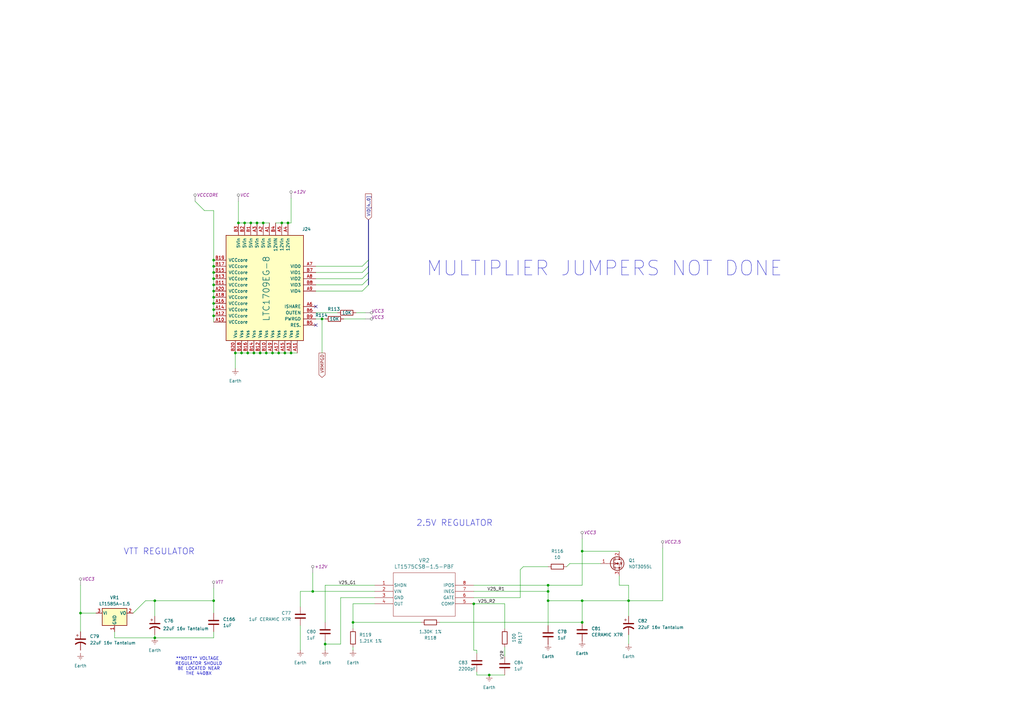
<source format=kicad_sch>
(kicad_sch
	(version 20231120)
	(generator "eeschema")
	(generator_version "8.0")
	(uuid "c21d09c4-6e55-413b-846c-46e45027be87")
	(paper "A3")
	(lib_symbols
		(symbol "Device:C"
			(pin_numbers hide)
			(pin_names
				(offset 0.254)
			)
			(exclude_from_sim no)
			(in_bom yes)
			(on_board yes)
			(property "Reference" "C"
				(at 0.635 2.54 0)
				(effects
					(font
						(size 1.27 1.27)
					)
					(justify left)
				)
			)
			(property "Value" "C"
				(at 0.635 -2.54 0)
				(effects
					(font
						(size 1.27 1.27)
					)
					(justify left)
				)
			)
			(property "Footprint" ""
				(at 0.9652 -3.81 0)
				(effects
					(font
						(size 1.27 1.27)
					)
					(hide yes)
				)
			)
			(property "Datasheet" "~"
				(at 0 0 0)
				(effects
					(font
						(size 1.27 1.27)
					)
					(hide yes)
				)
			)
			(property "Description" "Unpolarized capacitor"
				(at 0 0 0)
				(effects
					(font
						(size 1.27 1.27)
					)
					(hide yes)
				)
			)
			(property "ki_keywords" "cap capacitor"
				(at 0 0 0)
				(effects
					(font
						(size 1.27 1.27)
					)
					(hide yes)
				)
			)
			(property "ki_fp_filters" "C_*"
				(at 0 0 0)
				(effects
					(font
						(size 1.27 1.27)
					)
					(hide yes)
				)
			)
			(symbol "C_0_1"
				(polyline
					(pts
						(xy -2.032 -0.762) (xy 2.032 -0.762)
					)
					(stroke
						(width 0.508)
						(type default)
					)
					(fill
						(type none)
					)
				)
				(polyline
					(pts
						(xy -2.032 0.762) (xy 2.032 0.762)
					)
					(stroke
						(width 0.508)
						(type default)
					)
					(fill
						(type none)
					)
				)
			)
			(symbol "C_1_1"
				(pin passive line
					(at 0 3.81 270)
					(length 2.794)
					(name "~"
						(effects
							(font
								(size 1.27 1.27)
							)
						)
					)
					(number "1"
						(effects
							(font
								(size 1.27 1.27)
							)
						)
					)
				)
				(pin passive line
					(at 0 -3.81 90)
					(length 2.794)
					(name "~"
						(effects
							(font
								(size 1.27 1.27)
							)
						)
					)
					(number "2"
						(effects
							(font
								(size 1.27 1.27)
							)
						)
					)
				)
			)
		)
		(symbol "Device:C_Polarized_US"
			(pin_numbers hide)
			(pin_names
				(offset 0.254) hide)
			(exclude_from_sim no)
			(in_bom yes)
			(on_board yes)
			(property "Reference" "C"
				(at 0.635 2.54 0)
				(effects
					(font
						(size 1.27 1.27)
					)
					(justify left)
				)
			)
			(property "Value" "C_Polarized_US"
				(at 0.635 -2.54 0)
				(effects
					(font
						(size 1.27 1.27)
					)
					(justify left)
				)
			)
			(property "Footprint" ""
				(at 0 0 0)
				(effects
					(font
						(size 1.27 1.27)
					)
					(hide yes)
				)
			)
			(property "Datasheet" "~"
				(at 0 0 0)
				(effects
					(font
						(size 1.27 1.27)
					)
					(hide yes)
				)
			)
			(property "Description" "Polarized capacitor, US symbol"
				(at 0 0 0)
				(effects
					(font
						(size 1.27 1.27)
					)
					(hide yes)
				)
			)
			(property "ki_keywords" "cap capacitor"
				(at 0 0 0)
				(effects
					(font
						(size 1.27 1.27)
					)
					(hide yes)
				)
			)
			(property "ki_fp_filters" "CP_*"
				(at 0 0 0)
				(effects
					(font
						(size 1.27 1.27)
					)
					(hide yes)
				)
			)
			(symbol "C_Polarized_US_0_1"
				(polyline
					(pts
						(xy -2.032 0.762) (xy 2.032 0.762)
					)
					(stroke
						(width 0.508)
						(type default)
					)
					(fill
						(type none)
					)
				)
				(polyline
					(pts
						(xy -1.778 2.286) (xy -0.762 2.286)
					)
					(stroke
						(width 0)
						(type default)
					)
					(fill
						(type none)
					)
				)
				(polyline
					(pts
						(xy -1.27 1.778) (xy -1.27 2.794)
					)
					(stroke
						(width 0)
						(type default)
					)
					(fill
						(type none)
					)
				)
				(arc
					(start 2.032 -1.27)
					(mid 0 -0.5572)
					(end -2.032 -1.27)
					(stroke
						(width 0.508)
						(type default)
					)
					(fill
						(type none)
					)
				)
			)
			(symbol "C_Polarized_US_1_1"
				(pin passive line
					(at 0 3.81 270)
					(length 2.794)
					(name "~"
						(effects
							(font
								(size 1.27 1.27)
							)
						)
					)
					(number "1"
						(effects
							(font
								(size 1.27 1.27)
							)
						)
					)
				)
				(pin passive line
					(at 0 -3.81 90)
					(length 3.302)
					(name "~"
						(effects
							(font
								(size 1.27 1.27)
							)
						)
					)
					(number "2"
						(effects
							(font
								(size 1.27 1.27)
							)
						)
					)
				)
			)
		)
		(symbol "Device:R"
			(pin_numbers hide)
			(pin_names
				(offset 0)
			)
			(exclude_from_sim no)
			(in_bom yes)
			(on_board yes)
			(property "Reference" "R"
				(at 2.032 0 90)
				(effects
					(font
						(size 1.27 1.27)
					)
				)
			)
			(property "Value" "R"
				(at 0 0 90)
				(effects
					(font
						(size 1.27 1.27)
					)
				)
			)
			(property "Footprint" ""
				(at -1.778 0 90)
				(effects
					(font
						(size 1.27 1.27)
					)
					(hide yes)
				)
			)
			(property "Datasheet" "~"
				(at 0 0 0)
				(effects
					(font
						(size 1.27 1.27)
					)
					(hide yes)
				)
			)
			(property "Description" "Resistor"
				(at 0 0 0)
				(effects
					(font
						(size 1.27 1.27)
					)
					(hide yes)
				)
			)
			(property "ki_keywords" "R res resistor"
				(at 0 0 0)
				(effects
					(font
						(size 1.27 1.27)
					)
					(hide yes)
				)
			)
			(property "ki_fp_filters" "R_*"
				(at 0 0 0)
				(effects
					(font
						(size 1.27 1.27)
					)
					(hide yes)
				)
			)
			(symbol "R_0_1"
				(rectangle
					(start -1.016 -2.54)
					(end 1.016 2.54)
					(stroke
						(width 0.254)
						(type default)
					)
					(fill
						(type none)
					)
				)
			)
			(symbol "R_1_1"
				(pin passive line
					(at 0 3.81 270)
					(length 1.27)
					(name "~"
						(effects
							(font
								(size 1.27 1.27)
							)
						)
					)
					(number "1"
						(effects
							(font
								(size 1.27 1.27)
							)
						)
					)
				)
				(pin passive line
					(at 0 -3.81 90)
					(length 1.27)
					(name "~"
						(effects
							(font
								(size 1.27 1.27)
							)
						)
					)
					(number "2"
						(effects
							(font
								(size 1.27 1.27)
							)
						)
					)
				)
			)
		)
		(symbol "P2-3_era:LT1575CS8-1.5-PBF"
			(pin_names
				(offset 0.254)
			)
			(exclude_from_sim no)
			(in_bom yes)
			(on_board yes)
			(property "Reference" "VR"
				(at 14.478 6.604 0)
				(effects
					(font
						(size 1.524 1.524)
					)
				)
			)
			(property "Value" "LT1575CS8-1.5-PBF"
				(at 20.066 2.794 0)
				(effects
					(font
						(size 1.524 1.524)
					)
				)
			)
			(property "Footprint" "SO-8_S_LIT"
				(at 19.304 -7.366 0)
				(effects
					(font
						(size 1.27 1.27)
						(italic yes)
					)
					(hide yes)
				)
			)
			(property "Datasheet" "LT1575CS8-1.5-PBF"
				(at -3.048 7.62 0)
				(effects
					(font
						(size 1.27 1.27)
						(italic yes)
					)
					(hide yes)
				)
			)
			(property "Description" ""
				(at 0 0 0)
				(effects
					(font
						(size 1.27 1.27)
					)
					(hide yes)
				)
			)
			(property "ki_locked" ""
				(at 0 0 0)
				(effects
					(font
						(size 1.27 1.27)
					)
				)
			)
			(property "ki_keywords" "LT1575CS8-1.5#PBF"
				(at 0 0 0)
				(effects
					(font
						(size 1.27 1.27)
					)
					(hide yes)
				)
			)
			(property "ki_fp_filters" "SO-8_S_LIT SO-8_S_LIT-M SO-8_S_LIT-L"
				(at 0 0 0)
				(effects
					(font
						(size 1.27 1.27)
					)
					(hide yes)
				)
			)
			(symbol "LT1575CS8-1.5-PBF_0_1"
				(polyline
					(pts
						(xy 7.62 -12.7) (xy 33.02 -12.7)
					)
					(stroke
						(width 0.127)
						(type default)
					)
					(fill
						(type none)
					)
				)
				(polyline
					(pts
						(xy 7.62 5.08) (xy 7.62 -12.7)
					)
					(stroke
						(width 0.127)
						(type default)
					)
					(fill
						(type none)
					)
				)
				(polyline
					(pts
						(xy 33.02 -12.7) (xy 33.02 5.08)
					)
					(stroke
						(width 0.127)
						(type default)
					)
					(fill
						(type none)
					)
				)
				(polyline
					(pts
						(xy 33.02 5.08) (xy 7.62 5.08)
					)
					(stroke
						(width 0.127)
						(type default)
					)
					(fill
						(type none)
					)
				)
				(pin unspecified line
					(at 0 0 0)
					(length 7.62)
					(name "SHDN"
						(effects
							(font
								(size 1.27 1.27)
							)
						)
					)
					(number "1"
						(effects
							(font
								(size 1.27 1.27)
							)
						)
					)
				)
				(pin input line
					(at 0 -2.54 0)
					(length 7.62)
					(name "VIN"
						(effects
							(font
								(size 1.27 1.27)
							)
						)
					)
					(number "2"
						(effects
							(font
								(size 1.27 1.27)
							)
						)
					)
				)
				(pin power_in line
					(at 0 -5.08 0)
					(length 7.62)
					(name "GND"
						(effects
							(font
								(size 1.27 1.27)
							)
						)
					)
					(number "3"
						(effects
							(font
								(size 1.27 1.27)
							)
						)
					)
				)
				(pin output line
					(at 0 -7.62 0)
					(length 7.62)
					(name "OUT"
						(effects
							(font
								(size 1.27 1.27)
							)
						)
					)
					(number "4"
						(effects
							(font
								(size 1.27 1.27)
							)
						)
					)
				)
				(pin unspecified line
					(at 40.64 -7.62 180)
					(length 7.62)
					(name "COMP"
						(effects
							(font
								(size 1.27 1.27)
							)
						)
					)
					(number "5"
						(effects
							(font
								(size 1.27 1.27)
							)
						)
					)
				)
				(pin output line
					(at 40.64 -5.08 180)
					(length 7.62)
					(name "GATE"
						(effects
							(font
								(size 1.27 1.27)
							)
						)
					)
					(number "6"
						(effects
							(font
								(size 1.27 1.27)
							)
						)
					)
				)
				(pin unspecified line
					(at 40.64 -2.54 180)
					(length 7.62)
					(name "INEG"
						(effects
							(font
								(size 1.27 1.27)
							)
						)
					)
					(number "7"
						(effects
							(font
								(size 1.27 1.27)
							)
						)
					)
				)
				(pin unspecified line
					(at 40.64 0 180)
					(length 7.62)
					(name "IPOS"
						(effects
							(font
								(size 1.27 1.27)
							)
						)
					)
					(number "8"
						(effects
							(font
								(size 1.27 1.27)
							)
						)
					)
				)
			)
		)
		(symbol "P2-3_era:LT1585A-1.5"
			(pin_names
				(offset 0.254)
			)
			(exclude_from_sim no)
			(in_bom yes)
			(on_board yes)
			(property "Reference" "U"
				(at -3.81 3.175 0)
				(effects
					(font
						(size 1.27 1.27)
					)
				)
			)
			(property "Value" "LT1585A-1.5"
				(at 0 3.175 0)
				(effects
					(font
						(size 1.27 1.27)
					)
					(justify left)
				)
			)
			(property "Footprint" "Package_TO_SOT_SMD:TO-263-3_TabPin2"
				(at 0.508 5.334 0)
				(effects
					(font
						(size 1.27 1.27)
					)
					(hide yes)
				)
			)
			(property "Datasheet" "https://www.analog.com/en/products/lt1585a-1.5.html"
				(at -5.334 18.796 0)
				(effects
					(font
						(size 1.27 1.27)
					)
					(hide yes)
				)
			)
			(property "Description" "Fixed 1.5V, 4.6A and 5A Low Dropout, Fast Response GTL+ Regulators"
				(at -2.286 7.874 0)
				(effects
					(font
						(size 1.27 1.27)
					)
					(hide yes)
				)
			)
			(property "ki_keywords" "Voltage Regulator 4.6A Positive Fixed"
				(at 0 0 0)
				(effects
					(font
						(size 1.27 1.27)
					)
					(hide yes)
				)
			)
			(property "ki_fp_filters" "TO?220* TO?263*"
				(at 0 0 0)
				(effects
					(font
						(size 1.27 1.27)
					)
					(hide yes)
				)
			)
			(symbol "LT1585A-1.5_0_1"
				(rectangle
					(start -5.08 1.905)
					(end 5.08 -5.08)
					(stroke
						(width 0.254)
						(type default)
					)
					(fill
						(type background)
					)
				)
			)
			(symbol "LT1585A-1.5_1_1"
				(pin power_in line
					(at 0 -7.62 90)
					(length 2.54)
					(name "GND"
						(effects
							(font
								(size 1.27 1.27)
							)
						)
					)
					(number "1"
						(effects
							(font
								(size 1.27 1.27)
							)
						)
					)
				)
				(pin power_out line
					(at 7.62 0 180)
					(length 2.54)
					(name "VO"
						(effects
							(font
								(size 1.27 1.27)
							)
						)
					)
					(number "2"
						(effects
							(font
								(size 1.27 1.27)
							)
						)
					)
				)
				(pin power_in line
					(at -7.62 0 0)
					(length 2.54)
					(name "VI"
						(effects
							(font
								(size 1.27 1.27)
							)
						)
					)
					(number "3"
						(effects
							(font
								(size 1.27 1.27)
							)
						)
					)
				)
			)
		)
		(symbol "P2-3_era:LTC1709EG-8"
			(pin_names
				(offset 1.016)
			)
			(exclude_from_sim no)
			(in_bom yes)
			(on_board yes)
			(property "Reference" "U?"
				(at -20.574 27.94 0)
				(effects
					(font
						(size 1.27 1.27)
					)
				)
			)
			(property "Value" "LTC1709EG-8"
				(at 0.254 1.524 90)
				(effects
					(font
						(size 2.54 2.54)
					)
				)
			)
			(property "Footprint" ""
				(at -74.13 173.31 0)
				(effects
					(font
						(size 1.27 1.27)
					)
					(hide yes)
				)
			)
			(property "Datasheet" "blah"
				(at -44.45 173.99 0)
				(effects
					(font
						(size 1.27 1.27)
					)
					(hide yes)
				)
			)
			(property "Description" "blah"
				(at -29.718 194.31 0)
				(effects
					(font
						(size 1.27 1.27)
					)
					(hide yes)
				)
			)
			(property "ki_keywords" "AGP1"
				(at 0 0 0)
				(effects
					(font
						(size 1.27 1.27)
					)
					(hide yes)
				)
			)
			(property "ki_fp_filters" "DIP* PDIP*"
				(at 0 0 0)
				(effects
					(font
						(size 1.27 1.27)
					)
					(hide yes)
				)
			)
			(symbol "LTC1709EG-8_0_1"
				(rectangle
					(start -16.51 21.59)
					(end 15.24 -21.59)
					(stroke
						(width 0.254)
						(type default)
					)
					(fill
						(type background)
					)
				)
			)
			(symbol "LTC1709EG-8_1_1"
				(pin power_in line
					(at 1.27 26.67 270)
					(length 5.08)
					(name "5Vin"
						(effects
							(font
								(size 1.27 1.27)
							)
						)
					)
					(number "A1"
						(effects
							(font
								(size 1.27 1.27)
							)
						)
					)
				)
				(pin power_out line
					(at -21.59 -13.97 0)
					(length 5.08)
					(name "VCCcore"
						(effects
							(font
								(size 1.27 1.27)
							)
						)
					)
					(number "A10"
						(effects
							(font
								(size 1.27 1.27)
							)
						)
					)
				)
				(pin power_out line
					(at 12.7 -26.67 90)
					(length 5.08)
					(name "Vss"
						(effects
							(font
								(size 1.27 1.27)
							)
						)
					)
					(number "A11"
						(effects
							(font
								(size 1.27 1.27)
							)
						)
					)
				)
				(pin power_out line
					(at -21.59 -11.43 0)
					(length 5.08)
					(name "VCCcore"
						(effects
							(font
								(size 1.27 1.27)
							)
						)
					)
					(number "A12"
						(effects
							(font
								(size 1.27 1.27)
							)
						)
					)
				)
				(pin power_out line
					(at 10.16 -26.67 90)
					(length 5.08)
					(name "Vss"
						(effects
							(font
								(size 1.27 1.27)
							)
						)
					)
					(number "A13"
						(effects
							(font
								(size 1.27 1.27)
							)
						)
					)
				)
				(pin power_out line
					(at -21.59 -8.89 0)
					(length 5.08)
					(name "VCCcore"
						(effects
							(font
								(size 1.27 1.27)
							)
						)
					)
					(number "A14"
						(effects
							(font
								(size 1.27 1.27)
							)
						)
					)
				)
				(pin power_out line
					(at 7.62 -26.67 90)
					(length 5.08)
					(name "Vss"
						(effects
							(font
								(size 1.27 1.27)
							)
						)
					)
					(number "A15"
						(effects
							(font
								(size 1.27 1.27)
							)
						)
					)
				)
				(pin power_out line
					(at -21.59 -6.35 0)
					(length 5.08)
					(name "VCCcore"
						(effects
							(font
								(size 1.27 1.27)
							)
						)
					)
					(number "A16"
						(effects
							(font
								(size 1.27 1.27)
							)
						)
					)
				)
				(pin power_out line
					(at 5.08 -26.67 90)
					(length 5.08)
					(name "Vss"
						(effects
							(font
								(size 1.27 1.27)
							)
						)
					)
					(number "A17"
						(effects
							(font
								(size 1.27 1.27)
							)
						)
					)
				)
				(pin power_out line
					(at -21.59 -3.81 0)
					(length 5.08)
					(name "VCCcore"
						(effects
							(font
								(size 1.27 1.27)
							)
						)
					)
					(number "A18"
						(effects
							(font
								(size 1.27 1.27)
							)
						)
					)
				)
				(pin power_out line
					(at 2.54 -26.67 90)
					(length 5.08)
					(name "Vss"
						(effects
							(font
								(size 1.27 1.27)
							)
						)
					)
					(number "A19"
						(effects
							(font
								(size 1.27 1.27)
							)
						)
					)
				)
				(pin power_in line
					(at -1.27 26.67 270)
					(length 5.08)
					(name "5Vin"
						(effects
							(font
								(size 1.27 1.27)
							)
						)
					)
					(number "A2"
						(effects
							(font
								(size 1.27 1.27)
							)
						)
					)
				)
				(pin power_out line
					(at -21.59 -1.27 0)
					(length 5.08)
					(name "VCCcore"
						(effects
							(font
								(size 1.27 1.27)
							)
						)
					)
					(number "A20"
						(effects
							(font
								(size 1.27 1.27)
							)
						)
					)
				)
				(pin power_in line
					(at -3.81 26.67 270)
					(length 5.08)
					(name "5Vin"
						(effects
							(font
								(size 1.27 1.27)
							)
						)
					)
					(number "A3"
						(effects
							(font
								(size 1.27 1.27)
							)
						)
					)
				)
				(pin power_in line
					(at 8.89 26.67 270)
					(length 5.08)
					(name "12Vin"
						(effects
							(font
								(size 1.27 1.27)
							)
						)
					)
					(number "A4"
						(effects
							(font
								(size 1.27 1.27)
							)
						)
					)
				)
				(pin power_in line
					(at 6.35 26.67 270)
					(length 5.08)
					(name "12Vin"
						(effects
							(font
								(size 1.27 1.27)
							)
						)
					)
					(number "A5"
						(effects
							(font
								(size 1.27 1.27)
							)
						)
					)
				)
				(pin unspecified line
					(at 20.32 -7.62 180)
					(length 5.08)
					(name "ISHARE"
						(effects
							(font
								(size 1.27 1.27)
							)
						)
					)
					(number "A6"
						(effects
							(font
								(size 1.27 1.27)
							)
						)
					)
				)
				(pin input line
					(at 20.32 8.89 180)
					(length 5.08)
					(name "VID0"
						(effects
							(font
								(size 1.27 1.27)
							)
						)
					)
					(number "A7"
						(effects
							(font
								(size 1.27 1.27)
							)
						)
					)
				)
				(pin input line
					(at 20.32 3.81 180)
					(length 5.08)
					(name "VID2"
						(effects
							(font
								(size 1.27 1.27)
							)
						)
					)
					(number "A8"
						(effects
							(font
								(size 1.27 1.27)
							)
						)
					)
				)
				(pin input line
					(at 20.32 -1.27 180)
					(length 5.08)
					(name "VID4"
						(effects
							(font
								(size 1.27 1.27)
							)
						)
					)
					(number "A9"
						(effects
							(font
								(size 1.27 1.27)
							)
						)
					)
				)
				(pin power_in line
					(at -6.35 26.67 270)
					(length 5.08)
					(name "5Vin"
						(effects
							(font
								(size 1.27 1.27)
							)
						)
					)
					(number "B1"
						(effects
							(font
								(size 1.27 1.27)
							)
						)
					)
				)
				(pin power_out line
					(at 0 -26.67 90)
					(length 5.08)
					(name "Vss"
						(effects
							(font
								(size 1.27 1.27)
							)
						)
					)
					(number "B10"
						(effects
							(font
								(size 1.27 1.27)
							)
						)
					)
				)
				(pin power_out line
					(at -21.59 1.27 0)
					(length 5.08)
					(name "VCCcore"
						(effects
							(font
								(size 1.27 1.27)
							)
						)
					)
					(number "B11"
						(effects
							(font
								(size 1.27 1.27)
							)
						)
					)
				)
				(pin power_out line
					(at -2.54 -26.67 90)
					(length 5.08)
					(name "Vss"
						(effects
							(font
								(size 1.27 1.27)
							)
						)
					)
					(number "B12"
						(effects
							(font
								(size 1.27 1.27)
							)
						)
					)
				)
				(pin power_out line
					(at -21.59 3.81 0)
					(length 5.08)
					(name "VCCcore"
						(effects
							(font
								(size 1.27 1.27)
							)
						)
					)
					(number "B13"
						(effects
							(font
								(size 1.27 1.27)
							)
						)
					)
				)
				(pin power_out line
					(at -5.08 -26.67 90)
					(length 5.08)
					(name "Vss"
						(effects
							(font
								(size 1.27 1.27)
							)
						)
					)
					(number "B14"
						(effects
							(font
								(size 1.27 1.27)
							)
						)
					)
				)
				(pin power_out line
					(at -21.59 6.35 0)
					(length 5.08)
					(name "VCCcore"
						(effects
							(font
								(size 1.27 1.27)
							)
						)
					)
					(number "B15"
						(effects
							(font
								(size 1.27 1.27)
							)
						)
					)
				)
				(pin power_out line
					(at -7.62 -26.67 90)
					(length 5.08)
					(name "Vss"
						(effects
							(font
								(size 1.27 1.27)
							)
						)
					)
					(number "B16"
						(effects
							(font
								(size 1.27 1.27)
							)
						)
					)
				)
				(pin power_out line
					(at -21.59 8.89 0)
					(length 5.08)
					(name "VCCcore"
						(effects
							(font
								(size 1.27 1.27)
							)
						)
					)
					(number "B17"
						(effects
							(font
								(size 1.27 1.27)
							)
						)
					)
				)
				(pin power_out line
					(at -10.16 -26.67 90)
					(length 5.08)
					(name "Vss"
						(effects
							(font
								(size 1.27 1.27)
							)
						)
					)
					(number "B18"
						(effects
							(font
								(size 1.27 1.27)
							)
						)
					)
				)
				(pin power_out line
					(at -21.59 11.43 0)
					(length 5.08)
					(name "VCCcore"
						(effects
							(font
								(size 1.27 1.27)
							)
						)
					)
					(number "B19"
						(effects
							(font
								(size 1.27 1.27)
							)
						)
					)
				)
				(pin power_in line
					(at -8.89 26.67 270)
					(length 5.08)
					(name "5Vin"
						(effects
							(font
								(size 1.27 1.27)
							)
						)
					)
					(number "B2"
						(effects
							(font
								(size 1.27 1.27)
							)
						)
					)
				)
				(pin power_out line
					(at -12.7 -26.67 90)
					(length 5.08)
					(name "Vss"
						(effects
							(font
								(size 1.27 1.27)
							)
						)
					)
					(number "B20"
						(effects
							(font
								(size 1.27 1.27)
							)
						)
					)
				)
				(pin power_in line
					(at -11.43 26.67 270)
					(length 5.08)
					(name "5Vin"
						(effects
							(font
								(size 1.27 1.27)
							)
						)
					)
					(number "B3"
						(effects
							(font
								(size 1.27 1.27)
							)
						)
					)
				)
				(pin power_in line
					(at 3.81 26.67 270)
					(length 5.08)
					(name "12VIN"
						(effects
							(font
								(size 1.27 1.27)
							)
						)
					)
					(number "B4"
						(effects
							(font
								(size 1.27 1.27)
							)
						)
					)
				)
				(pin unspecified line
					(at 20.32 -15.24 180)
					(length 5.08)
					(name "RES."
						(effects
							(font
								(size 1.27 1.27)
							)
						)
					)
					(number "B5"
						(effects
							(font
								(size 1.27 1.27)
							)
						)
					)
				)
				(pin unspecified line
					(at 20.32 -10.16 180)
					(length 5.08)
					(name "OUTEN"
						(effects
							(font
								(size 1.27 1.27)
							)
						)
					)
					(number "B6"
						(effects
							(font
								(size 1.27 1.27)
							)
						)
					)
				)
				(pin input line
					(at 20.32 6.35 180)
					(length 5.08)
					(name "VID1"
						(effects
							(font
								(size 1.27 1.27)
							)
						)
					)
					(number "B7"
						(effects
							(font
								(size 1.27 1.27)
							)
						)
					)
				)
				(pin input line
					(at 20.32 1.27 180)
					(length 5.08)
					(name "VID3"
						(effects
							(font
								(size 1.27 1.27)
							)
						)
					)
					(number "B8"
						(effects
							(font
								(size 1.27 1.27)
							)
						)
					)
				)
				(pin input line
					(at 20.32 -12.7 180)
					(length 5.08)
					(name "PWRGD"
						(effects
							(font
								(size 1.27 1.27)
							)
						)
					)
					(number "B9"
						(effects
							(font
								(size 1.27 1.27)
							)
						)
					)
				)
			)
		)
		(symbol "Transistor_FET:NDT3055L"
			(pin_names hide)
			(exclude_from_sim no)
			(in_bom yes)
			(on_board yes)
			(property "Reference" "Q"
				(at 5.08 1.905 0)
				(effects
					(font
						(size 1.27 1.27)
					)
					(justify left)
				)
			)
			(property "Value" "NDT3055L"
				(at 5.08 0 0)
				(effects
					(font
						(size 1.27 1.27)
					)
					(justify left)
				)
			)
			(property "Footprint" "Package_TO_SOT_SMD:SOT-223-3_TabPin2"
				(at 5.08 -1.905 0)
				(effects
					(font
						(size 1.27 1.27)
						(italic yes)
					)
					(justify left)
					(hide yes)
				)
			)
			(property "Datasheet" "https://www.onsemi.com/pdf/datasheet/ndt3055l-d.pdf"
				(at 5.08 -3.81 0)
				(effects
					(font
						(size 1.27 1.27)
					)
					(justify left)
					(hide yes)
				)
			)
			(property "Description" "4A Id, 60V Vds, N-Channel Logic Level Enhancement Mode MOSFET, SOT-223"
				(at 0 0 0)
				(effects
					(font
						(size 1.27 1.27)
					)
					(hide yes)
				)
			)
			(property "ki_keywords" "n channel fet"
				(at 0 0 0)
				(effects
					(font
						(size 1.27 1.27)
					)
					(hide yes)
				)
			)
			(property "ki_fp_filters" "SOT?223*"
				(at 0 0 0)
				(effects
					(font
						(size 1.27 1.27)
					)
					(hide yes)
				)
			)
			(symbol "NDT3055L_0_1"
				(polyline
					(pts
						(xy 0.254 0) (xy -2.54 0)
					)
					(stroke
						(width 0)
						(type default)
					)
					(fill
						(type none)
					)
				)
				(polyline
					(pts
						(xy 0.254 1.905) (xy 0.254 -1.905)
					)
					(stroke
						(width 0.254)
						(type default)
					)
					(fill
						(type none)
					)
				)
				(polyline
					(pts
						(xy 0.762 -1.27) (xy 0.762 -2.286)
					)
					(stroke
						(width 0.254)
						(type default)
					)
					(fill
						(type none)
					)
				)
				(polyline
					(pts
						(xy 0.762 0.508) (xy 0.762 -0.508)
					)
					(stroke
						(width 0.254)
						(type default)
					)
					(fill
						(type none)
					)
				)
				(polyline
					(pts
						(xy 0.762 2.286) (xy 0.762 1.27)
					)
					(stroke
						(width 0.254)
						(type default)
					)
					(fill
						(type none)
					)
				)
				(polyline
					(pts
						(xy 2.54 2.54) (xy 2.54 1.778)
					)
					(stroke
						(width 0)
						(type default)
					)
					(fill
						(type none)
					)
				)
				(polyline
					(pts
						(xy 2.54 -2.54) (xy 2.54 0) (xy 0.762 0)
					)
					(stroke
						(width 0)
						(type default)
					)
					(fill
						(type none)
					)
				)
				(polyline
					(pts
						(xy 0.762 -1.778) (xy 3.302 -1.778) (xy 3.302 1.778) (xy 0.762 1.778)
					)
					(stroke
						(width 0)
						(type default)
					)
					(fill
						(type none)
					)
				)
				(polyline
					(pts
						(xy 1.016 0) (xy 2.032 0.381) (xy 2.032 -0.381) (xy 1.016 0)
					)
					(stroke
						(width 0)
						(type default)
					)
					(fill
						(type outline)
					)
				)
				(polyline
					(pts
						(xy 2.794 0.508) (xy 2.921 0.381) (xy 3.683 0.381) (xy 3.81 0.254)
					)
					(stroke
						(width 0)
						(type default)
					)
					(fill
						(type none)
					)
				)
				(polyline
					(pts
						(xy 3.302 0.381) (xy 2.921 -0.254) (xy 3.683 -0.254) (xy 3.302 0.381)
					)
					(stroke
						(width 0)
						(type default)
					)
					(fill
						(type none)
					)
				)
				(circle
					(center 1.651 0)
					(radius 2.794)
					(stroke
						(width 0.254)
						(type default)
					)
					(fill
						(type none)
					)
				)
				(circle
					(center 2.54 -1.778)
					(radius 0.254)
					(stroke
						(width 0)
						(type default)
					)
					(fill
						(type outline)
					)
				)
				(circle
					(center 2.54 1.778)
					(radius 0.254)
					(stroke
						(width 0)
						(type default)
					)
					(fill
						(type outline)
					)
				)
			)
			(symbol "NDT3055L_1_1"
				(pin input line
					(at -5.08 0 0)
					(length 2.54)
					(name "G"
						(effects
							(font
								(size 1.27 1.27)
							)
						)
					)
					(number "1"
						(effects
							(font
								(size 1.27 1.27)
							)
						)
					)
				)
				(pin passive line
					(at 2.54 5.08 270)
					(length 2.54)
					(name "D"
						(effects
							(font
								(size 1.27 1.27)
							)
						)
					)
					(number "2"
						(effects
							(font
								(size 1.27 1.27)
							)
						)
					)
				)
				(pin passive line
					(at 2.54 -5.08 90)
					(length 2.54)
					(name "S"
						(effects
							(font
								(size 1.27 1.27)
							)
						)
					)
					(number "3"
						(effects
							(font
								(size 1.27 1.27)
							)
						)
					)
				)
			)
		)
		(symbol "power:Earth"
			(power)
			(pin_numbers hide)
			(pin_names
				(offset 0) hide)
			(exclude_from_sim no)
			(in_bom yes)
			(on_board yes)
			(property "Reference" "#PWR"
				(at 0 -6.35 0)
				(effects
					(font
						(size 1.27 1.27)
					)
					(hide yes)
				)
			)
			(property "Value" "Earth"
				(at 0 -3.81 0)
				(effects
					(font
						(size 1.27 1.27)
					)
				)
			)
			(property "Footprint" ""
				(at 0 0 0)
				(effects
					(font
						(size 1.27 1.27)
					)
					(hide yes)
				)
			)
			(property "Datasheet" "~"
				(at 0 0 0)
				(effects
					(font
						(size 1.27 1.27)
					)
					(hide yes)
				)
			)
			(property "Description" "Power symbol creates a global label with name \"Earth\""
				(at 0 0 0)
				(effects
					(font
						(size 1.27 1.27)
					)
					(hide yes)
				)
			)
			(property "ki_keywords" "global ground gnd"
				(at 0 0 0)
				(effects
					(font
						(size 1.27 1.27)
					)
					(hide yes)
				)
			)
			(symbol "Earth_0_1"
				(polyline
					(pts
						(xy -0.635 -1.905) (xy 0.635 -1.905)
					)
					(stroke
						(width 0)
						(type default)
					)
					(fill
						(type none)
					)
				)
				(polyline
					(pts
						(xy -0.127 -2.54) (xy 0.127 -2.54)
					)
					(stroke
						(width 0)
						(type default)
					)
					(fill
						(type none)
					)
				)
				(polyline
					(pts
						(xy 0 -1.27) (xy 0 0)
					)
					(stroke
						(width 0)
						(type default)
					)
					(fill
						(type none)
					)
				)
				(polyline
					(pts
						(xy 1.27 -1.27) (xy -1.27 -1.27)
					)
					(stroke
						(width 0)
						(type default)
					)
					(fill
						(type none)
					)
				)
			)
			(symbol "Earth_1_1"
				(pin power_in line
					(at 0 0 270)
					(length 0)
					(name "~"
						(effects
							(font
								(size 1.27 1.27)
							)
						)
					)
					(number "1"
						(effects
							(font
								(size 1.27 1.27)
							)
						)
					)
				)
			)
		)
	)
	(junction
		(at 144.78 255.27)
		(diameter 0)
		(color 0 0 0 0)
		(uuid "0744858e-71c9-4d9c-9e4c-6e1677652b23")
	)
	(junction
		(at 87.63 114.3)
		(diameter 0)
		(color 0 0 0 0)
		(uuid "07bade0e-99cf-45dc-8691-bddc2095603f")
	)
	(junction
		(at 200.66 276.86)
		(diameter 0)
		(color 0 0 0 0)
		(uuid "173e6f9f-acae-4ebc-9bd2-d74ae9364062")
	)
	(junction
		(at 63.5 261.62)
		(diameter 0)
		(color 0 0 0 0)
		(uuid "295bbd4e-fd3c-45db-96b6-34c1ede23687")
	)
	(junction
		(at 101.6 144.78)
		(diameter 0)
		(color 0 0 0 0)
		(uuid "29ba81aa-8cec-401f-b55e-4e62b2f7060e")
	)
	(junction
		(at 224.79 246.38)
		(diameter 0)
		(color 0 0 0 0)
		(uuid "2eeb4962-3516-4f47-a17d-6925098021f4")
	)
	(junction
		(at 128.27 242.57)
		(diameter 0)
		(color 0 0 0 0)
		(uuid "3593952f-db0b-42b1-9006-79c3e26e1bd3")
	)
	(junction
		(at 238.76 255.27)
		(diameter 0)
		(color 0 0 0 0)
		(uuid "408ca9a4-41ce-4ec0-95e1-a901d6db9e61")
	)
	(junction
		(at 107.95 91.44)
		(diameter 0)
		(color 0 0 0 0)
		(uuid "4cf51e5b-7f6e-41c8-9f97-eb93184523ec")
	)
	(junction
		(at 133.35 264.16)
		(diameter 0)
		(color 0 0 0 0)
		(uuid "57d2a329-9605-434e-8a13-0bafab15d965")
	)
	(junction
		(at 87.63 119.38)
		(diameter 0)
		(color 0 0 0 0)
		(uuid "5dc1ad7b-1427-4d3c-97c1-8c5edd1c5c4c")
	)
	(junction
		(at 96.52 144.78)
		(diameter 0)
		(color 0 0 0 0)
		(uuid "61a57133-7c0e-4695-8973-b7099c261135")
	)
	(junction
		(at 105.41 91.44)
		(diameter 0)
		(color 0 0 0 0)
		(uuid "64be15f3-aae4-442c-9492-21abf6aa1a7d")
	)
	(junction
		(at 109.22 144.78)
		(diameter 0)
		(color 0 0 0 0)
		(uuid "6538be0c-80aa-4b85-b56a-0e51353ffb24")
	)
	(junction
		(at 238.76 226.06)
		(diameter 0)
		(color 0 0 0 0)
		(uuid "65614226-130a-4e1f-aa94-2871c153452d")
	)
	(junction
		(at 116.84 144.78)
		(diameter 0)
		(color 0 0 0 0)
		(uuid "6e6e0ab3-554c-4f9b-8b4e-99a7a48dd509")
	)
	(junction
		(at 87.63 129.54)
		(diameter 0)
		(color 0 0 0 0)
		(uuid "714b8e62-1ada-4beb-b1cd-976d5a7c3a3e")
	)
	(junction
		(at 132.08 130.81)
		(diameter 0)
		(color 0 0 0 0)
		(uuid "771aad8f-5639-4015-8e80-e8dc7d6bd2ca")
	)
	(junction
		(at 87.63 127)
		(diameter 0)
		(color 0 0 0 0)
		(uuid "772a0678-2f53-4d0e-9817-5b02b8a45d3b")
	)
	(junction
		(at 114.3 144.78)
		(diameter 0)
		(color 0 0 0 0)
		(uuid "81d5d196-c21e-4948-8e71-97f43fead444")
	)
	(junction
		(at 87.63 111.76)
		(diameter 0)
		(color 0 0 0 0)
		(uuid "88f2b33e-60a1-4e60-a5b1-66dfe0958bf1")
	)
	(junction
		(at 257.81 246.38)
		(diameter 0)
		(color 0 0 0 0)
		(uuid "8a71bed2-a6f5-4541-bd69-287b69347ac9")
	)
	(junction
		(at 87.63 106.68)
		(diameter 0)
		(color 0 0 0 0)
		(uuid "947cc17c-8c35-45a0-ab99-b1e0ded7192f")
	)
	(junction
		(at 118.11 91.44)
		(diameter 0)
		(color 0 0 0 0)
		(uuid "96124eff-c1c8-4cef-8b05-4095cf4b8493")
	)
	(junction
		(at 115.57 91.44)
		(diameter 0)
		(color 0 0 0 0)
		(uuid "9d440ba7-c30a-47c7-a2fe-43bbcf88ff20")
	)
	(junction
		(at 106.68 144.78)
		(diameter 0)
		(color 0 0 0 0)
		(uuid "9ea08466-9d4f-4949-8b19-7890389bc42c")
	)
	(junction
		(at 87.63 121.92)
		(diameter 0)
		(color 0 0 0 0)
		(uuid "9f75c34e-dc4b-4d30-bce2-1c82043907ef")
	)
	(junction
		(at 63.5 246.38)
		(diameter 0)
		(color 0 0 0 0)
		(uuid "a19742fc-f55e-4c6e-bf0f-5dc9b77014e7")
	)
	(junction
		(at 224.79 240.03)
		(diameter 0)
		(color 0 0 0 0)
		(uuid "ab0cdab0-2e69-45ed-8555-ac752351e2d3")
	)
	(junction
		(at 194.31 247.65)
		(diameter 0)
		(color 0 0 0 0)
		(uuid "ad4d0abf-9afc-4ea8-9957-131d9f85196b")
	)
	(junction
		(at 97.79 91.44)
		(diameter 0)
		(color 0 0 0 0)
		(uuid "ba09e519-20df-4dbd-8584-2b15ebc068af")
	)
	(junction
		(at 111.76 144.78)
		(diameter 0)
		(color 0 0 0 0)
		(uuid "be327dba-c45d-4101-a5cd-3505f0fdd101")
	)
	(junction
		(at 87.63 124.46)
		(diameter 0)
		(color 0 0 0 0)
		(uuid "c329cf92-9bc2-4bc7-b228-1c389a9f7bea")
	)
	(junction
		(at 33.02 251.46)
		(diameter 0)
		(color 0 0 0 0)
		(uuid "c943517f-763b-4a71-b38e-d414ece255ac")
	)
	(junction
		(at 99.06 144.78)
		(diameter 0)
		(color 0 0 0 0)
		(uuid "caab8b2c-dda7-4df2-bca1-862960887346")
	)
	(junction
		(at 102.87 91.44)
		(diameter 0)
		(color 0 0 0 0)
		(uuid "cc247ea3-e31a-4a44-90b1-d63135fa55df")
	)
	(junction
		(at 87.63 116.84)
		(diameter 0)
		(color 0 0 0 0)
		(uuid "ccbaa790-300a-4231-b46c-be9f474904a3")
	)
	(junction
		(at 87.63 109.22)
		(diameter 0)
		(color 0 0 0 0)
		(uuid "d00ba938-2d0a-4c55-9ddb-ef851c2fb971")
	)
	(junction
		(at 87.63 246.38)
		(diameter 0)
		(color 0 0 0 0)
		(uuid "dbfa608e-2578-4cfa-a3ff-df37a36efabf")
	)
	(junction
		(at 224.79 242.57)
		(diameter 0)
		(color 0 0 0 0)
		(uuid "e24ae70a-009b-4bad-be05-65ffc70a0a8e")
	)
	(junction
		(at 100.33 91.44)
		(diameter 0)
		(color 0 0 0 0)
		(uuid "e80c286e-7c92-4616-b65b-c3ec586e9c79")
	)
	(junction
		(at 119.38 144.78)
		(diameter 0)
		(color 0 0 0 0)
		(uuid "ed054ce7-80a5-4cf3-a092-d44ea4f08ac5")
	)
	(junction
		(at 238.76 246.38)
		(diameter 0)
		(color 0 0 0 0)
		(uuid "ef4a3612-dbb0-4f25-8b74-fb68ad5d4762")
	)
	(junction
		(at 104.14 144.78)
		(diameter 0)
		(color 0 0 0 0)
		(uuid "fcecd391-7895-4d34-8023-527a4c952347")
	)
	(no_connect
		(at 129.54 133.35)
		(uuid "0878a216-4873-4a54-adb8-f6cbd057eb2d")
	)
	(no_connect
		(at 129.54 125.73)
		(uuid "723c4f1f-87a7-470b-92cc-65a2d9c8bee6")
	)
	(bus_entry
		(at 148.59 119.38)
		(size 2.54 -2.54)
		(stroke
			(width 0)
			(type default)
		)
		(uuid "690cb657-9f1d-4343-9ee7-c8c76edcf176")
	)
	(bus_entry
		(at 148.59 114.3)
		(size 2.54 -2.54)
		(stroke
			(width 0)
			(type default)
		)
		(uuid "75697fc0-7e42-477d-a261-4b5b092de765")
	)
	(bus_entry
		(at 148.59 111.76)
		(size 2.54 -2.54)
		(stroke
			(width 0)
			(type default)
		)
		(uuid "ba65f946-b328-4ec8-93b2-ef50f425ae2e")
	)
	(bus_entry
		(at 148.59 109.22)
		(size 2.54 -2.54)
		(stroke
			(width 0)
			(type default)
		)
		(uuid "bf35566e-b0c4-43f6-9503-e66d1a93fa39")
	)
	(bus_entry
		(at 148.59 116.84)
		(size 2.54 -2.54)
		(stroke
			(width 0)
			(type default)
		)
		(uuid "ed70e9fd-e9c4-43f0-aa40-2fa0fc5c055f")
	)
	(wire
		(pts
			(xy 87.63 86.36) (xy 83.82 86.36)
		)
		(stroke
			(width 0)
			(type default)
		)
		(uuid "0037ff86-b755-472c-889c-d6e4ee6a8c21")
	)
	(wire
		(pts
			(xy 238.76 246.38) (xy 238.76 255.27)
		)
		(stroke
			(width 0)
			(type default)
		)
		(uuid "0083504e-2c7c-4e8d-b709-d2b9f8b81830")
	)
	(wire
		(pts
			(xy 101.6 144.78) (xy 104.14 144.78)
		)
		(stroke
			(width 0)
			(type default)
		)
		(uuid "026d143e-d955-419e-9332-e2f48419e58f")
	)
	(wire
		(pts
			(xy 116.84 144.78) (xy 119.38 144.78)
		)
		(stroke
			(width 0)
			(type default)
		)
		(uuid "02fb713d-a899-42bc-ae70-4441dab5175f")
	)
	(wire
		(pts
			(xy 87.63 86.36) (xy 87.63 106.68)
		)
		(stroke
			(width 0)
			(type default)
		)
		(uuid "0567e8e4-557e-401b-96b8-75520d0f59e8")
	)
	(wire
		(pts
			(xy 119.38 81.28) (xy 119.38 91.44)
		)
		(stroke
			(width 0)
			(type default)
		)
		(uuid "0993bcfa-3c7a-469f-a962-1efaab55db8d")
	)
	(wire
		(pts
			(xy 97.79 91.44) (xy 100.33 91.44)
		)
		(stroke
			(width 0)
			(type default)
		)
		(uuid "09c446ab-bcda-4cfe-a8ee-af1463e75471")
	)
	(wire
		(pts
			(xy 257.81 240.03) (xy 257.81 246.38)
		)
		(stroke
			(width 0)
			(type default)
		)
		(uuid "0ca410aa-27e6-41f6-824e-a149248c384c")
	)
	(wire
		(pts
			(xy 87.63 119.38) (xy 87.63 121.92)
		)
		(stroke
			(width 0)
			(type default)
		)
		(uuid "0fcd0077-f34e-47f1-9825-3d6b6035d963")
	)
	(wire
		(pts
			(xy 115.57 91.44) (xy 118.11 91.44)
		)
		(stroke
			(width 0)
			(type default)
		)
		(uuid "10133b73-706d-4e4b-acc8-592be6fd2e90")
	)
	(wire
		(pts
			(xy 87.63 106.68) (xy 87.63 109.22)
		)
		(stroke
			(width 0)
			(type default)
		)
		(uuid "104b2a5f-ac75-4e05-bd0d-eb7284c89474")
	)
	(wire
		(pts
			(xy 213.36 245.11) (xy 213.36 233.68)
		)
		(stroke
			(width 0)
			(type default)
		)
		(uuid "13b78b5a-e4c2-4e00-a80a-7e76df5697f9")
	)
	(wire
		(pts
			(xy 139.7 245.11) (xy 153.67 245.11)
		)
		(stroke
			(width 0)
			(type default)
		)
		(uuid "159a0c12-b682-4d90-b44c-463e241b1d0a")
	)
	(wire
		(pts
			(xy 129.54 114.3) (xy 148.59 114.3)
		)
		(stroke
			(width 0)
			(type default)
		)
		(uuid "17388bee-04b4-4e87-9c82-0ec17c936b1d")
	)
	(wire
		(pts
			(xy 123.19 266.7) (xy 123.19 256.54)
		)
		(stroke
			(width 0)
			(type default)
		)
		(uuid "179947c8-87b8-4fb9-9945-0c59bc30958b")
	)
	(wire
		(pts
			(xy 87.63 246.38) (xy 63.5 246.38)
		)
		(stroke
			(width 0)
			(type default)
		)
		(uuid "19168bbd-eea8-444b-a335-d4cc77a9aa15")
	)
	(wire
		(pts
			(xy 224.79 240.03) (xy 224.79 242.57)
		)
		(stroke
			(width 0)
			(type default)
		)
		(uuid "19fd812f-4a67-4907-9570-6e101ac8fc66")
	)
	(wire
		(pts
			(xy 96.52 144.78) (xy 96.52 151.13)
		)
		(stroke
			(width 0)
			(type default)
		)
		(uuid "1c8d2685-5c23-482b-8fca-fc1ccec2bae2")
	)
	(wire
		(pts
			(xy 139.7 245.11) (xy 139.7 264.16)
		)
		(stroke
			(width 0)
			(type default)
		)
		(uuid "23e98797-9a5c-473c-a0a2-11713e23b72d")
	)
	(wire
		(pts
			(xy 195.58 266.7) (xy 194.31 266.7)
		)
		(stroke
			(width 0)
			(type default)
		)
		(uuid "2a1555d2-50a0-4e59-b328-5779bb188b46")
	)
	(wire
		(pts
			(xy 106.68 144.78) (xy 109.22 144.78)
		)
		(stroke
			(width 0)
			(type default)
		)
		(uuid "2cf6bff7-63fc-4077-893d-57f4138c306b")
	)
	(wire
		(pts
			(xy 129.54 116.84) (xy 148.59 116.84)
		)
		(stroke
			(width 0)
			(type default)
		)
		(uuid "3212a2be-b809-45af-9679-c2524c0061fc")
	)
	(wire
		(pts
			(xy 257.81 264.16) (xy 257.81 260.35)
		)
		(stroke
			(width 0)
			(type default)
		)
		(uuid "34ebc01a-c02f-446d-b4d5-e85650538e59")
	)
	(wire
		(pts
			(xy 97.79 82.55) (xy 97.79 91.44)
		)
		(stroke
			(width 0)
			(type default)
		)
		(uuid "34ef374b-9496-4eda-af3d-3f74d9c9da92")
	)
	(wire
		(pts
			(xy 109.22 144.78) (xy 111.76 144.78)
		)
		(stroke
			(width 0)
			(type default)
		)
		(uuid "356a0efd-ef9e-4185-b414-b6481050df89")
	)
	(wire
		(pts
			(xy 144.78 255.27) (xy 144.78 257.81)
		)
		(stroke
			(width 0)
			(type default)
		)
		(uuid "35c3f789-98fa-4009-8f34-ac717206e8f7")
	)
	(wire
		(pts
			(xy 194.31 247.65) (xy 207.01 247.65)
		)
		(stroke
			(width 0)
			(type default)
		)
		(uuid "361141f8-c617-4986-8353-bdbe73504f48")
	)
	(wire
		(pts
			(xy 224.79 246.38) (xy 224.79 256.54)
		)
		(stroke
			(width 0)
			(type default)
		)
		(uuid "370ffe90-40e4-4408-8a3a-6d4c87aecfc0")
	)
	(wire
		(pts
			(xy 238.76 246.38) (xy 257.81 246.38)
		)
		(stroke
			(width 0)
			(type default)
		)
		(uuid "3ab5c14c-c4ec-4618-8f07-42e93e836188")
	)
	(wire
		(pts
			(xy 63.5 261.62) (xy 87.63 261.62)
		)
		(stroke
			(width 0)
			(type default)
		)
		(uuid "3b6ea3d7-f7ff-4b9b-b8e6-df3fc8373b4f")
	)
	(wire
		(pts
			(xy 33.02 251.46) (xy 39.37 251.46)
		)
		(stroke
			(width 0)
			(type default)
		)
		(uuid "3c6966d7-a2c6-4a77-8139-aaf9fd3f7a6c")
	)
	(wire
		(pts
			(xy 238.76 220.98) (xy 238.76 226.06)
		)
		(stroke
			(width 0)
			(type default)
		)
		(uuid "3e5a423d-fe84-4bdf-94d2-dab9532290cb")
	)
	(wire
		(pts
			(xy 194.31 240.03) (xy 224.79 240.03)
		)
		(stroke
			(width 0)
			(type default)
		)
		(uuid "40ef1e16-184a-4def-993c-7e071e760859")
	)
	(wire
		(pts
			(xy 224.79 242.57) (xy 224.79 246.38)
		)
		(stroke
			(width 0)
			(type default)
		)
		(uuid "410d3fb2-f236-486e-a87d-da805d40e5a0")
	)
	(wire
		(pts
			(xy 87.63 259.08) (xy 87.63 261.62)
		)
		(stroke
			(width 0)
			(type default)
		)
		(uuid "42a3bb85-5b91-45db-8277-541e4d1748f4")
	)
	(wire
		(pts
			(xy 129.54 109.22) (xy 148.59 109.22)
		)
		(stroke
			(width 0)
			(type default)
		)
		(uuid "4321ea13-f37d-4aa2-82dc-76fb2ac365e1")
	)
	(wire
		(pts
			(xy 123.19 242.57) (xy 123.19 248.92)
		)
		(stroke
			(width 0)
			(type default)
		)
		(uuid "4476c139-020e-4aeb-9b3c-be2c577b0a79")
	)
	(wire
		(pts
			(xy 111.76 144.78) (xy 114.3 144.78)
		)
		(stroke
			(width 0)
			(type default)
		)
		(uuid "449fe183-d346-4587-a6b8-da7ab36d8083")
	)
	(bus
		(pts
			(xy 151.13 106.68) (xy 151.13 90.17)
		)
		(stroke
			(width 0)
			(type default)
		)
		(uuid "453103b1-a21c-47ec-93c6-d947bcf34117")
	)
	(wire
		(pts
			(xy 104.14 144.78) (xy 106.68 144.78)
		)
		(stroke
			(width 0)
			(type default)
		)
		(uuid "459f33a0-49f2-4fab-9a6d-46588f0e7613")
	)
	(wire
		(pts
			(xy 46.99 259.08) (xy 46.99 261.62)
		)
		(stroke
			(width 0)
			(type default)
		)
		(uuid "4e609f0c-680c-457b-90dc-01d08b5bc119")
	)
	(wire
		(pts
			(xy 271.78 224.79) (xy 271.78 246.38)
		)
		(stroke
			(width 0)
			(type default)
		)
		(uuid "50d4071a-0942-434c-90b1-cb79be357b6c")
	)
	(wire
		(pts
			(xy 105.41 91.44) (xy 107.95 91.44)
		)
		(stroke
			(width 0)
			(type default)
		)
		(uuid "512978f3-2a6f-483a-be29-b16355ec3ee3")
	)
	(wire
		(pts
			(xy 133.35 240.03) (xy 153.67 240.03)
		)
		(stroke
			(width 0)
			(type default)
		)
		(uuid "527a7aa8-c2f7-4116-8d1c-176b8d1ab1b2")
	)
	(wire
		(pts
			(xy 107.95 91.44) (xy 110.49 91.44)
		)
		(stroke
			(width 0)
			(type default)
		)
		(uuid "52c7b54d-9aa9-47d3-af7a-791f6b349568")
	)
	(wire
		(pts
			(xy 144.78 265.43) (xy 144.78 266.7)
		)
		(stroke
			(width 0)
			(type default)
		)
		(uuid "53acdd75-3882-44e4-ada7-096a23c63aff")
	)
	(wire
		(pts
			(xy 146.05 128.27) (xy 149.86 128.27)
		)
		(stroke
			(width 0)
			(type default)
		)
		(uuid "5793a827-a564-413f-8501-ccc8ead913f2")
	)
	(wire
		(pts
			(xy 180.34 255.27) (xy 238.76 255.27)
		)
		(stroke
			(width 0)
			(type default)
		)
		(uuid "58d50613-dea0-4c85-a2a3-0ead3f8871c5")
	)
	(wire
		(pts
			(xy 133.35 264.16) (xy 139.7 264.16)
		)
		(stroke
			(width 0)
			(type default)
		)
		(uuid "655f7c66-4a07-408b-a3eb-f912543843f3")
	)
	(wire
		(pts
			(xy 254 240.03) (xy 254 236.22)
		)
		(stroke
			(width 0)
			(type default)
		)
		(uuid "694bce56-89cd-41f8-9cbb-1c5c139d3e53")
	)
	(wire
		(pts
			(xy 214.63 232.41) (xy 224.79 232.41)
		)
		(stroke
			(width 0)
			(type default)
		)
		(uuid "6ab69a59-5954-426a-8d14-3762a345618b")
	)
	(wire
		(pts
			(xy 129.54 128.27) (xy 138.43 128.27)
		)
		(stroke
			(width 0)
			(type default)
		)
		(uuid "6cb1e516-650a-4ef8-a35f-b41c3d2d5bf4")
	)
	(wire
		(pts
			(xy 113.03 91.44) (xy 115.57 91.44)
		)
		(stroke
			(width 0)
			(type default)
		)
		(uuid "7272987c-3bf9-4ee8-848a-a39d5287e368")
	)
	(wire
		(pts
			(xy 224.79 246.38) (xy 238.76 246.38)
		)
		(stroke
			(width 0)
			(type default)
		)
		(uuid "73b0d1a5-3d42-4d96-954a-e4aff3cf4453")
	)
	(wire
		(pts
			(xy 87.63 129.54) (xy 87.63 132.08)
		)
		(stroke
			(width 0)
			(type default)
		)
		(uuid "748c31c6-08da-41bc-81b2-04ca02ae82ab")
	)
	(wire
		(pts
			(xy 59.69 246.38) (xy 54.61 251.46)
		)
		(stroke
			(width 0)
			(type default)
		)
		(uuid "778a2081-cfb1-47b1-9fad-9d7120694bd7")
	)
	(wire
		(pts
			(xy 195.58 276.86) (xy 200.66 276.86)
		)
		(stroke
			(width 0)
			(type default)
		)
		(uuid "78105a23-a17c-4488-b4c3-38fea7302720")
	)
	(bus
		(pts
			(xy 151.13 111.76) (xy 151.13 109.22)
		)
		(stroke
			(width 0)
			(type default)
		)
		(uuid "7e3e18f1-4a69-4468-99f7-2d501179cd52")
	)
	(wire
		(pts
			(xy 194.31 242.57) (xy 224.79 242.57)
		)
		(stroke
			(width 0)
			(type default)
		)
		(uuid "8465752a-3307-4b3f-b4bd-e90d78c47ba1")
	)
	(wire
		(pts
			(xy 257.81 246.38) (xy 271.78 246.38)
		)
		(stroke
			(width 0)
			(type default)
		)
		(uuid "84b6284a-6eeb-499c-a3d8-4a835dbd9920")
	)
	(wire
		(pts
			(xy 87.63 124.46) (xy 87.63 127)
		)
		(stroke
			(width 0)
			(type default)
		)
		(uuid "88503682-1a9a-4fe8-82c3-c261936d9533")
	)
	(wire
		(pts
			(xy 118.11 91.44) (xy 119.38 91.44)
		)
		(stroke
			(width 0)
			(type default)
		)
		(uuid "8d34c224-84f1-45f4-81eb-392f0f928b19")
	)
	(wire
		(pts
			(xy 46.99 261.62) (xy 63.5 261.62)
		)
		(stroke
			(width 0)
			(type default)
		)
		(uuid "8d45c35b-859c-4379-b6e1-9d1054f2dc66")
	)
	(wire
		(pts
			(xy 114.3 144.78) (xy 116.84 144.78)
		)
		(stroke
			(width 0)
			(type default)
		)
		(uuid "8f979b45-05ba-42f9-9198-1010a8230468")
	)
	(wire
		(pts
			(xy 224.79 240.03) (xy 238.76 240.03)
		)
		(stroke
			(width 0)
			(type default)
		)
		(uuid "97233f3f-857c-4982-bcbb-58798d9c67b5")
	)
	(wire
		(pts
			(xy 132.08 130.81) (xy 132.08 144.78)
		)
		(stroke
			(width 0)
			(type default)
		)
		(uuid "97a8dc8c-c53b-4412-b693-8b3ba35d4a97")
	)
	(bus
		(pts
			(xy 151.13 109.22) (xy 151.13 106.68)
		)
		(stroke
			(width 0)
			(type default)
		)
		(uuid "99d0dabf-8585-4eb1-a8f5-d61bd9f38ab8")
	)
	(wire
		(pts
			(xy 100.33 91.44) (xy 102.87 91.44)
		)
		(stroke
			(width 0)
			(type default)
		)
		(uuid "9af29855-464a-4dd4-9f44-28cd84dac8d1")
	)
	(wire
		(pts
			(xy 194.31 266.7) (xy 194.31 247.65)
		)
		(stroke
			(width 0)
			(type default)
		)
		(uuid "9be67787-566f-46cd-a73b-ef81e96d4865")
	)
	(wire
		(pts
			(xy 128.27 234.95) (xy 128.27 242.57)
		)
		(stroke
			(width 0)
			(type default)
		)
		(uuid "9c3461a3-4b7b-4f12-ae6b-1ad97a5b4b08")
	)
	(wire
		(pts
			(xy 129.54 119.38) (xy 148.59 119.38)
		)
		(stroke
			(width 0)
			(type default)
		)
		(uuid "9cb82228-7d00-457d-bfa7-4482e8eee9ad")
	)
	(wire
		(pts
			(xy 99.06 144.78) (xy 101.6 144.78)
		)
		(stroke
			(width 0)
			(type default)
		)
		(uuid "a0f62bd3-1b5a-42d0-b9db-a15292708f0c")
	)
	(wire
		(pts
			(xy 96.52 144.78) (xy 99.06 144.78)
		)
		(stroke
			(width 0)
			(type default)
		)
		(uuid "a45085a1-b40f-45ff-9c4f-11b6c0eafec4")
	)
	(wire
		(pts
			(xy 87.63 114.3) (xy 87.63 116.84)
		)
		(stroke
			(width 0)
			(type default)
		)
		(uuid "a7c8ec97-29e0-4d37-8a14-e150dc7afc9e")
	)
	(bus
		(pts
			(xy 151.13 114.3) (xy 151.13 111.76)
		)
		(stroke
			(width 0)
			(type default)
		)
		(uuid "abfa8487-65ee-426f-ae0f-5508a94dbd95")
	)
	(wire
		(pts
			(xy 144.78 255.27) (xy 172.72 255.27)
		)
		(stroke
			(width 0)
			(type default)
		)
		(uuid "aca325dd-4627-40f4-b649-d557db3c4218")
	)
	(wire
		(pts
			(xy 233.68 231.14) (xy 232.41 232.41)
		)
		(stroke
			(width 0)
			(type default)
		)
		(uuid "acc0e33e-c651-464b-b615-e7bff45c60c8")
	)
	(wire
		(pts
			(xy 257.81 252.73) (xy 257.81 246.38)
		)
		(stroke
			(width 0)
			(type default)
		)
		(uuid "af80ea4e-6757-433a-b63a-3210cbe1949d")
	)
	(wire
		(pts
			(xy 144.78 247.65) (xy 144.78 255.27)
		)
		(stroke
			(width 0)
			(type default)
		)
		(uuid "b0c3d601-36af-42bd-aaf9-f4d3ad691765")
	)
	(wire
		(pts
			(xy 132.08 130.81) (xy 133.35 130.81)
		)
		(stroke
			(width 0)
			(type default)
		)
		(uuid "b2eb42d7-0323-4029-943f-77e32523b2d0")
	)
	(wire
		(pts
			(xy 200.66 276.86) (xy 207.01 276.86)
		)
		(stroke
			(width 0)
			(type default)
		)
		(uuid "b85ea559-ec59-4308-b740-f00504c99f68")
	)
	(wire
		(pts
			(xy 238.76 226.06) (xy 254 226.06)
		)
		(stroke
			(width 0)
			(type default)
		)
		(uuid "b958c61a-56f2-4aee-a391-fd89b834f369")
	)
	(wire
		(pts
			(xy 129.54 130.81) (xy 132.08 130.81)
		)
		(stroke
			(width 0)
			(type default)
		)
		(uuid "ba113a41-b980-418c-b95c-6ed86b2e2175")
	)
	(wire
		(pts
			(xy 246.38 231.14) (xy 233.68 231.14)
		)
		(stroke
			(width 0)
			(type default)
		)
		(uuid "bbc15815-d0bf-4e5e-9f1c-b852272da0e5")
	)
	(wire
		(pts
			(xy 102.87 91.44) (xy 105.41 91.44)
		)
		(stroke
			(width 0)
			(type default)
		)
		(uuid "bf0505f5-96f1-4863-a7d5-b00f38c64499")
	)
	(wire
		(pts
			(xy 207.01 265.43) (xy 207.01 269.24)
		)
		(stroke
			(width 0)
			(type default)
		)
		(uuid "bf5599a4-fb2f-4e8a-9fec-bb78b24dfd94")
	)
	(wire
		(pts
			(xy 87.63 109.22) (xy 87.63 111.76)
		)
		(stroke
			(width 0)
			(type default)
		)
		(uuid "bf6165ce-cc40-4193-90cc-5bd6553a1f3b")
	)
	(wire
		(pts
			(xy 128.27 242.57) (xy 153.67 242.57)
		)
		(stroke
			(width 0)
			(type default)
		)
		(uuid "bfcdade6-4a4e-4448-ade2-6af0cb623585")
	)
	(wire
		(pts
			(xy 87.63 241.3) (xy 87.63 246.38)
		)
		(stroke
			(width 0)
			(type default)
		)
		(uuid "bfde7126-39d2-44e8-a8ce-cb7a8b66a8fc")
	)
	(wire
		(pts
			(xy 33.02 251.46) (xy 33.02 259.08)
		)
		(stroke
			(width 0)
			(type default)
		)
		(uuid "c24ddf49-e081-4507-bdea-dd2ec62d3c62")
	)
	(wire
		(pts
			(xy 133.35 266.7) (xy 133.35 264.16)
		)
		(stroke
			(width 0)
			(type default)
		)
		(uuid "c3696f5e-f0fb-4ebe-a939-d5a063a4aeb4")
	)
	(wire
		(pts
			(xy 87.63 127) (xy 87.63 129.54)
		)
		(stroke
			(width 0)
			(type default)
		)
		(uuid "c3742aa8-59a6-4a9f-92fe-663ec65ac55e")
	)
	(wire
		(pts
			(xy 207.01 247.65) (xy 207.01 257.81)
		)
		(stroke
			(width 0)
			(type default)
		)
		(uuid "c5391acc-9366-467d-bf47-f6ca1f50e530")
	)
	(wire
		(pts
			(xy 87.63 246.38) (xy 87.63 251.46)
		)
		(stroke
			(width 0)
			(type default)
		)
		(uuid "c9736ba5-2da0-4904-825a-8410b22695f7")
	)
	(wire
		(pts
			(xy 87.63 116.84) (xy 87.63 119.38)
		)
		(stroke
			(width 0)
			(type default)
		)
		(uuid "ccc1a916-62b4-4bb1-be79-030101754db7")
	)
	(wire
		(pts
			(xy 80.01 82.55) (xy 83.82 86.36)
		)
		(stroke
			(width 0)
			(type default)
		)
		(uuid "d17105bb-2e73-4020-a2f0-e4f6bc451b14")
	)
	(wire
		(pts
			(xy 144.78 247.65) (xy 153.67 247.65)
		)
		(stroke
			(width 0)
			(type default)
		)
		(uuid "d73dd277-8a6c-4f5d-8753-b0ab47916484")
	)
	(wire
		(pts
			(xy 194.31 245.11) (xy 213.36 245.11)
		)
		(stroke
			(width 0)
			(type default)
		)
		(uuid "da7b74f1-f54c-440c-a15c-5269c0a2ab7f")
	)
	(wire
		(pts
			(xy 63.5 246.38) (xy 59.69 246.38)
		)
		(stroke
			(width 0)
			(type default)
		)
		(uuid "dabf713d-06cb-4924-8279-cc06a6c9954e")
	)
	(wire
		(pts
			(xy 140.97 130.81) (xy 149.86 130.81)
		)
		(stroke
			(width 0)
			(type default)
		)
		(uuid "df8702a7-e01c-4be5-8f4d-fa801b11e102")
	)
	(wire
		(pts
			(xy 238.76 226.06) (xy 238.76 240.03)
		)
		(stroke
			(width 0)
			(type default)
		)
		(uuid "e187396d-fbe1-495e-8fe2-235f4b37677e")
	)
	(wire
		(pts
			(xy 63.5 261.62) (xy 63.5 260.35)
		)
		(stroke
			(width 0)
			(type default)
		)
		(uuid "e32a53a9-5d15-49e1-99e9-636dc310561b")
	)
	(wire
		(pts
			(xy 195.58 266.7) (xy 195.58 267.97)
		)
		(stroke
			(width 0)
			(type default)
		)
		(uuid "e34a2418-323f-465b-8bf9-fc3404b8d08b")
	)
	(wire
		(pts
			(xy 133.35 240.03) (xy 133.35 255.27)
		)
		(stroke
			(width 0)
			(type default)
		)
		(uuid "e50dd1e2-9412-497c-8515-afa0dc5dd60c")
	)
	(wire
		(pts
			(xy 63.5 246.38) (xy 63.5 252.73)
		)
		(stroke
			(width 0)
			(type default)
		)
		(uuid "eada933a-fb82-4806-9324-5b1b040b9351")
	)
	(wire
		(pts
			(xy 133.35 264.16) (xy 133.35 262.89)
		)
		(stroke
			(width 0)
			(type default)
		)
		(uuid "efaa15da-125f-48ba-bd27-0cc10317ca96")
	)
	(wire
		(pts
			(xy 213.36 233.68) (xy 214.63 232.41)
		)
		(stroke
			(width 0)
			(type default)
		)
		(uuid "f15ccef4-d3dc-4500-b5a5-d283ac33800e")
	)
	(wire
		(pts
			(xy 195.58 275.59) (xy 195.58 276.86)
		)
		(stroke
			(width 0)
			(type default)
		)
		(uuid "f3ca5934-c82d-48f2-b7fd-ade0de64ae84")
	)
	(wire
		(pts
			(xy 257.81 240.03) (xy 254 240.03)
		)
		(stroke
			(width 0)
			(type default)
		)
		(uuid "f556604a-69db-49dd-8701-837eb0786260")
	)
	(wire
		(pts
			(xy 123.19 242.57) (xy 128.27 242.57)
		)
		(stroke
			(width 0)
			(type default)
		)
		(uuid "f57aa93d-d53f-4927-9e83-ae6f6025c2bb")
	)
	(wire
		(pts
			(xy 87.63 121.92) (xy 87.63 124.46)
		)
		(stroke
			(width 0)
			(type default)
		)
		(uuid "f60c2b0a-630b-4413-94fa-66d806ce1c13")
	)
	(bus
		(pts
			(xy 151.13 116.84) (xy 151.13 114.3)
		)
		(stroke
			(width 0)
			(type default)
		)
		(uuid "f7ac8ece-f321-45ec-b856-2ab3a946b3fd")
	)
	(wire
		(pts
			(xy 129.54 111.76) (xy 148.59 111.76)
		)
		(stroke
			(width 0)
			(type default)
		)
		(uuid "f87eec9a-8b2a-40fa-9801-a51cc505d8d8")
	)
	(wire
		(pts
			(xy 33.02 240.03) (xy 33.02 251.46)
		)
		(stroke
			(width 0)
			(type default)
		)
		(uuid "f8b7352c-3be1-41fc-9f5f-5cd5608dfe7c")
	)
	(wire
		(pts
			(xy 119.38 144.78) (xy 121.92 144.78)
		)
		(stroke
			(width 0)
			(type default)
		)
		(uuid "ff736ae9-724a-4094-bb1d-a0a1585070d0")
	)
	(wire
		(pts
			(xy 87.63 111.76) (xy 87.63 114.3)
		)
		(stroke
			(width 0)
			(type default)
		)
		(uuid "fffb45b2-0731-4867-97a6-139a2453f75e")
	)
	(text "MULTIPLIER JUMPERS NOT DONE"
		(exclude_from_sim no)
		(at 247.904 110.236 0)
		(effects
			(font
				(size 6 6)
			)
		)
		(uuid "4348e66a-b6e7-49d5-a8a1-9a6ecee379fd")
	)
	(text "2.5V REGULATOR\n"
		(exclude_from_sim no)
		(at 186.436 214.63 0)
		(effects
			(font
				(size 2.51 2.51)
			)
		)
		(uuid "547fc8b0-c5f7-4a31-89ec-cff6746c03cb")
	)
	(text "**NOTE** VOLTAGE\n REGULATOR SHOULD\n BE LOCATED NEAR\n THE 440BX"
		(exclude_from_sim no)
		(at 81.026 273.304 0)
		(effects
			(font
				(size 1.27 1.27)
			)
		)
		(uuid "b30da731-4e20-488f-8e42-f7feab8adaf4")
	)
	(text "VTT REGULATOR\n"
		(exclude_from_sim no)
		(at 65.278 226.314 0)
		(effects
			(font
				(size 2.51 2.51)
			)
		)
		(uuid "f1947b97-5bca-4c88-b44e-4e143dfcfdc5")
	)
	(label "V25_R1"
		(at 207.01 242.57 180)
		(fields_autoplaced yes)
		(effects
			(font
				(size 1.27 1.27)
			)
			(justify right bottom)
		)
		(uuid "0d0a362b-4952-4a0c-9e59-fb54e349cdca")
	)
	(label "V25_G1"
		(at 146.05 240.03 180)
		(fields_autoplaced yes)
		(effects
			(font
				(size 1.27 1.27)
			)
			(justify right bottom)
		)
		(uuid "0f4fa134-de1b-4ff2-8353-d0ad0f144635")
	)
	(label "V2R"
		(at 207.01 266.7 270)
		(fields_autoplaced yes)
		(effects
			(font
				(size 1.27 1.27)
			)
			(justify right bottom)
		)
		(uuid "1335c9c7-93a1-4811-84e5-cfa2ad6aca6d")
	)
	(label "V25_R2"
		(at 203.2 247.65 180)
		(fields_autoplaced yes)
		(effects
			(font
				(size 1.27 1.27)
			)
			(justify right bottom)
		)
		(uuid "7857a8fc-8a76-4b3b-aea2-b75444352415")
	)
	(global_label "VRMPGD"
		(shape output)
		(at 132.08 144.78 270)
		(fields_autoplaced yes)
		(effects
			(font
				(size 1.27 1.27)
			)
			(justify right)
		)
		(uuid "22785505-9937-479d-ba31-c78fc8fae3d5")
		(property "Intersheetrefs" "${INTERSHEET_REFS}"
			(at 132.08 155.3852 90)
			(effects
				(font
					(size 1.27 1.27)
				)
				(justify right)
				(hide yes)
			)
		)
	)
	(global_label "VID[4..0]"
		(shape input)
		(at 151.13 90.17 90)
		(fields_autoplaced yes)
		(effects
			(font
				(size 1.27 1.27)
			)
			(justify left)
		)
		(uuid "8c54e335-e622-4d19-8bd5-3a055bfcb4f4")
		(property "Intersheetrefs" "${INTERSHEET_REFS}"
			(at 151.13 78.8994 90)
			(effects
				(font
					(size 1.27 1.27)
				)
				(justify left)
				(hide yes)
			)
		)
	)
	(netclass_flag ""
		(length 2.54)
		(shape round)
		(at 97.79 82.55 0)
		(fields_autoplaced yes)
		(effects
			(font
				(size 1.27 1.27)
			)
			(justify left bottom)
		)
		(uuid "00d1c9c7-667c-4a20-bf82-9d055b0f9fe2")
		(property "Netclass" "VCC"
			(at 98.4885 80.01 0)
			(effects
				(font
					(size 1.27 1.27)
					(italic yes)
				)
				(justify left)
			)
		)
	)
	(netclass_flag ""
		(length 2.54)
		(shape round)
		(at 33.02 240.03 0)
		(fields_autoplaced yes)
		(effects
			(font
				(size 1.27 1.27)
			)
			(justify left bottom)
		)
		(uuid "11e9ac3b-df99-4457-89bf-0fe5db364844")
		(property "Netclass" "VCC3"
			(at 33.7185 237.49 0)
			(effects
				(font
					(size 1.27 1.27)
					(italic yes)
				)
				(justify left)
			)
		)
	)
	(netclass_flag ""
		(length 2.54)
		(shape round)
		(at 128.27 234.95 0)
		(fields_autoplaced yes)
		(effects
			(font
				(size 1.27 1.27)
			)
			(justify left bottom)
		)
		(uuid "1e7246dc-0e71-48c1-ac7c-281e8739cd03")
		(property "Netclass" "+12V"
			(at 128.9685 232.41 0)
			(effects
				(font
					(size 1.27 1.27)
					(italic yes)
				)
				(justify left)
			)
		)
	)
	(netclass_flag ""
		(length 2.54)
		(shape round)
		(at 80.01 82.55 0)
		(fields_autoplaced yes)
		(effects
			(font
				(size 1.27 1.27)
			)
			(justify left bottom)
		)
		(uuid "3701b6ca-e77a-4c89-99d9-483761a4b681")
		(property "Netclass" "VCCCORE"
			(at 80.7085 80.01 0)
			(effects
				(font
					(size 1.27 1.27)
					(italic yes)
				)
				(justify left)
			)
		)
	)
	(netclass_flag ""
		(length 2.54)
		(shape round)
		(at 87.63 241.3 0)
		(fields_autoplaced yes)
		(effects
			(font
				(size 1.27 1.27)
			)
			(justify left bottom)
		)
		(uuid "8809bcdb-d4d9-40a2-ae83-2f7b78ef9851")
		(property "Netclass" "VTT"
			(at 88.3285 238.76 0)
			(effects
				(font
					(size 1.27 1.27)
					(italic yes)
				)
				(justify left)
			)
		)
	)
	(netclass_flag ""
		(length 2.54)
		(shape round)
		(at 238.76 220.98 0)
		(fields_autoplaced yes)
		(effects
			(font
				(size 1.27 1.27)
			)
			(justify left bottom)
		)
		(uuid "92ca3542-89e5-4583-8c1a-ad1889c91f2b")
		(property "Netclass" "VCC3"
			(at 239.4585 218.44 0)
			(effects
				(font
					(size 1.27 1.27)
					(italic yes)
				)
				(justify left)
			)
		)
	)
	(netclass_flag ""
		(length 2.54)
		(shape round)
		(at 119.38 81.28 0)
		(fields_autoplaced yes)
		(effects
			(font
				(size 1.27 1.27)
			)
			(justify left bottom)
		)
		(uuid "9918c8ba-66f5-4261-aeca-45a1a942c62b")
		(property "Netclass" "+12V"
			(at 120.0785 78.74 0)
			(effects
				(font
					(size 1.27 1.27)
					(italic yes)
				)
				(justify left)
			)
		)
	)
	(netclass_flag ""
		(length 2.54)
		(shape round)
		(at 149.86 130.81 270)
		(effects
			(font
				(size 1.27 1.27)
			)
			(justify right bottom)
		)
		(uuid "baae2f9f-f130-4468-84c3-30ef7f05b7b3")
		(property "Netclass" "VCC3"
			(at 152.4 130.1115 0)
			(effects
				(font
					(size 1.27 1.27)
					(italic yes)
				)
				(justify left)
			)
		)
	)
	(netclass_flag ""
		(length 2.54)
		(shape round)
		(at 271.78 224.79 0)
		(fields_autoplaced yes)
		(effects
			(font
				(size 1.27 1.27)
			)
			(justify left bottom)
		)
		(uuid "d79fafb7-13e8-4b85-8fb7-b744984ec0f7")
		(property "Netclass" "VCC2.5"
			(at 272.4785 222.25 0)
			(effects
				(font
					(size 1.27 1.27)
					(italic yes)
				)
				(justify left)
			)
		)
	)
	(netclass_flag ""
		(length 2.54)
		(shape round)
		(at 149.86 128.27 270)
		(effects
			(font
				(size 1.27 1.27)
			)
			(justify right bottom)
		)
		(uuid "ef92600d-1f09-4e6e-9e86-fdd40ae875b4")
		(property "Netclass" "VCC3"
			(at 152.4 127.5715 0)
			(effects
				(font
					(size 1.27 1.27)
					(italic yes)
				)
				(justify left)
			)
		)
	)
	(symbol
		(lib_id "power:Earth")
		(at 63.5 261.62 0)
		(unit 1)
		(exclude_from_sim no)
		(in_bom yes)
		(on_board yes)
		(dnp no)
		(fields_autoplaced yes)
		(uuid "00d1cbb1-f800-4194-91b1-8039ba685d79")
		(property "Reference" "#PWR024002"
			(at 63.5 267.97 0)
			(effects
				(font
					(size 1.27 1.27)
				)
				(hide yes)
			)
		)
		(property "Value" "Earth"
			(at 63.5 266.7 0)
			(effects
				(font
					(size 1.27 1.27)
				)
			)
		)
		(property "Footprint" ""
			(at 63.5 261.62 0)
			(effects
				(font
					(size 1.27 1.27)
				)
				(hide yes)
			)
		)
		(property "Datasheet" "~"
			(at 63.5 261.62 0)
			(effects
				(font
					(size 1.27 1.27)
				)
				(hide yes)
			)
		)
		(property "Description" "Power symbol creates a global label with name \"Earth\""
			(at 63.5 261.62 0)
			(effects
				(font
					(size 1.27 1.27)
				)
				(hide yes)
			)
		)
		(pin "1"
			(uuid "a4ce4fbc-e5ac-4b67-93c6-82a883fe4123")
		)
		(instances
			(project "440BX REFERENCE DESIGN"
				(path "/373c3af7-3bc7-49b4-93d6-3114ef59c408/c79a4051-ac56-4e8a-8db0-9f101ca7dcf5"
					(reference "#PWR024002")
					(unit 1)
				)
			)
		)
	)
	(symbol
		(lib_id "Device:C")
		(at 238.76 259.08 0)
		(unit 1)
		(exclude_from_sim no)
		(in_bom yes)
		(on_board yes)
		(dnp no)
		(fields_autoplaced yes)
		(uuid "0b6f0e07-a078-43de-a69a-511284526a1e")
		(property "Reference" "C81"
			(at 242.57 257.8099 0)
			(effects
				(font
					(size 1.27 1.27)
				)
				(justify left)
			)
		)
		(property "Value" "CERAMIC X7R"
			(at 242.57 260.3499 0)
			(effects
				(font
					(size 1.27 1.27)
				)
				(justify left)
			)
		)
		(property "Footprint" ""
			(at 239.7252 262.89 0)
			(effects
				(font
					(size 1.27 1.27)
				)
				(hide yes)
			)
		)
		(property "Datasheet" "~"
			(at 238.76 259.08 0)
			(effects
				(font
					(size 1.27 1.27)
				)
				(hide yes)
			)
		)
		(property "Description" "Unpolarized capacitor"
			(at 238.76 259.08 0)
			(effects
				(font
					(size 1.27 1.27)
				)
				(hide yes)
			)
		)
		(pin "1"
			(uuid "acfbf717-4438-4ae6-9b63-d4e27322cb6f")
		)
		(pin "2"
			(uuid "67c2080c-9c7e-4703-8539-06dcde4807b2")
		)
		(instances
			(project "440BX REFERENCE DESIGN"
				(path "/373c3af7-3bc7-49b4-93d6-3114ef59c408/c79a4051-ac56-4e8a-8db0-9f101ca7dcf5"
					(reference "C81")
					(unit 1)
				)
			)
		)
	)
	(symbol
		(lib_id "Device:R")
		(at 207.01 261.62 0)
		(mirror x)
		(unit 1)
		(exclude_from_sim no)
		(in_bom yes)
		(on_board yes)
		(dnp no)
		(uuid "12e154f0-6030-4728-b5da-120e73646e7b")
		(property "Reference" "R117"
			(at 213.36 261.62 90)
			(effects
				(font
					(size 1.27 1.27)
				)
			)
		)
		(property "Value" "100"
			(at 210.82 261.62 90)
			(effects
				(font
					(size 1.27 1.27)
				)
			)
		)
		(property "Footprint" ""
			(at 205.232 261.62 90)
			(effects
				(font
					(size 1.27 1.27)
				)
				(hide yes)
			)
		)
		(property "Datasheet" "~"
			(at 207.01 261.62 0)
			(effects
				(font
					(size 1.27 1.27)
				)
				(hide yes)
			)
		)
		(property "Description" "Resistor"
			(at 207.01 261.62 0)
			(effects
				(font
					(size 1.27 1.27)
				)
				(hide yes)
			)
		)
		(pin "2"
			(uuid "8f03b05c-419c-4ce3-8042-d00c998d8d2a")
		)
		(pin "1"
			(uuid "dd34e0eb-515d-4daf-b179-43cd3e6d2fb6")
		)
		(instances
			(project "440BX REFERENCE DESIGN"
				(path "/373c3af7-3bc7-49b4-93d6-3114ef59c408/c79a4051-ac56-4e8a-8db0-9f101ca7dcf5"
					(reference "R117")
					(unit 1)
				)
			)
		)
	)
	(symbol
		(lib_id "power:Earth")
		(at 133.35 266.7 0)
		(unit 1)
		(exclude_from_sim no)
		(in_bom yes)
		(on_board yes)
		(dnp no)
		(fields_autoplaced yes)
		(uuid "1fabe97b-64d8-42ff-bf26-a4b36e37047e")
		(property "Reference" "#PWR024007"
			(at 133.35 273.05 0)
			(effects
				(font
					(size 1.27 1.27)
				)
				(hide yes)
			)
		)
		(property "Value" "Earth"
			(at 133.35 271.78 0)
			(effects
				(font
					(size 1.27 1.27)
				)
			)
		)
		(property "Footprint" ""
			(at 133.35 266.7 0)
			(effects
				(font
					(size 1.27 1.27)
				)
				(hide yes)
			)
		)
		(property "Datasheet" "~"
			(at 133.35 266.7 0)
			(effects
				(font
					(size 1.27 1.27)
				)
				(hide yes)
			)
		)
		(property "Description" "Power symbol creates a global label with name \"Earth\""
			(at 133.35 266.7 0)
			(effects
				(font
					(size 1.27 1.27)
				)
				(hide yes)
			)
		)
		(pin "1"
			(uuid "b1b700c9-4ae0-4465-ac9d-3344dfe75ba9")
		)
		(instances
			(project "440BX REFERENCE DESIGN"
				(path "/373c3af7-3bc7-49b4-93d6-3114ef59c408/c79a4051-ac56-4e8a-8db0-9f101ca7dcf5"
					(reference "#PWR024007")
					(unit 1)
				)
			)
		)
	)
	(symbol
		(lib_id "Device:R")
		(at 142.24 128.27 90)
		(unit 1)
		(exclude_from_sim no)
		(in_bom yes)
		(on_board yes)
		(dnp no)
		(uuid "1ff3d733-e9e4-4e6c-90a9-bc79129b4ed2")
		(property "Reference" "R113"
			(at 136.906 126.746 90)
			(effects
				(font
					(size 1.27 1.27)
				)
			)
		)
		(property "Value" "10K"
			(at 142.24 128.27 90)
			(effects
				(font
					(size 1.27 1.27)
				)
			)
		)
		(property "Footprint" ""
			(at 142.24 130.048 90)
			(effects
				(font
					(size 1.27 1.27)
				)
				(hide yes)
			)
		)
		(property "Datasheet" "~"
			(at 142.24 128.27 0)
			(effects
				(font
					(size 1.27 1.27)
				)
				(hide yes)
			)
		)
		(property "Description" "Resistor"
			(at 142.24 128.27 0)
			(effects
				(font
					(size 1.27 1.27)
				)
				(hide yes)
			)
		)
		(pin "2"
			(uuid "df33e32c-9cd0-40aa-a625-df34c80b29e0")
		)
		(pin "1"
			(uuid "1631d63a-c8ff-40da-b7fd-f4feb9779e20")
		)
		(instances
			(project "440BX REFERENCE DESIGN"
				(path "/373c3af7-3bc7-49b4-93d6-3114ef59c408/c79a4051-ac56-4e8a-8db0-9f101ca7dcf5"
					(reference "R113")
					(unit 1)
				)
			)
		)
	)
	(symbol
		(lib_id "Device:R")
		(at 137.16 130.81 90)
		(unit 1)
		(exclude_from_sim no)
		(in_bom yes)
		(on_board yes)
		(dnp no)
		(uuid "23df8bd8-0a02-4bdc-b6f0-4009909e4c8f")
		(property "Reference" "R114"
			(at 131.826 129.286 90)
			(effects
				(font
					(size 1.27 1.27)
				)
			)
		)
		(property "Value" "10K"
			(at 137.16 130.81 90)
			(effects
				(font
					(size 1.27 1.27)
				)
			)
		)
		(property "Footprint" ""
			(at 137.16 132.588 90)
			(effects
				(font
					(size 1.27 1.27)
				)
				(hide yes)
			)
		)
		(property "Datasheet" "~"
			(at 137.16 130.81 0)
			(effects
				(font
					(size 1.27 1.27)
				)
				(hide yes)
			)
		)
		(property "Description" "Resistor"
			(at 137.16 130.81 0)
			(effects
				(font
					(size 1.27 1.27)
				)
				(hide yes)
			)
		)
		(pin "2"
			(uuid "4e09d2d9-fa9d-45ec-9ac2-289fa92f1bb5")
		)
		(pin "1"
			(uuid "7e2812d6-c3ba-4b25-9333-09f315b99831")
		)
		(instances
			(project "440BX REFERENCE DESIGN"
				(path "/373c3af7-3bc7-49b4-93d6-3114ef59c408/c79a4051-ac56-4e8a-8db0-9f101ca7dcf5"
					(reference "R114")
					(unit 1)
				)
			)
		)
	)
	(symbol
		(lib_id "power:Earth")
		(at 144.78 266.7 0)
		(unit 1)
		(exclude_from_sim no)
		(in_bom yes)
		(on_board yes)
		(dnp no)
		(fields_autoplaced yes)
		(uuid "254b0da4-b3eb-4f5c-b2df-27f913681c77")
		(property "Reference" "#PWR024008"
			(at 144.78 273.05 0)
			(effects
				(font
					(size 1.27 1.27)
				)
				(hide yes)
			)
		)
		(property "Value" "Earth"
			(at 144.78 271.78 0)
			(effects
				(font
					(size 1.27 1.27)
				)
			)
		)
		(property "Footprint" ""
			(at 144.78 266.7 0)
			(effects
				(font
					(size 1.27 1.27)
				)
				(hide yes)
			)
		)
		(property "Datasheet" "~"
			(at 144.78 266.7 0)
			(effects
				(font
					(size 1.27 1.27)
				)
				(hide yes)
			)
		)
		(property "Description" "Power symbol creates a global label with name \"Earth\""
			(at 144.78 266.7 0)
			(effects
				(font
					(size 1.27 1.27)
				)
				(hide yes)
			)
		)
		(pin "1"
			(uuid "d594c216-af27-4bff-98ad-cc5fbabad8ab")
		)
		(instances
			(project "440BX REFERENCE DESIGN"
				(path "/373c3af7-3bc7-49b4-93d6-3114ef59c408/c79a4051-ac56-4e8a-8db0-9f101ca7dcf5"
					(reference "#PWR024008")
					(unit 1)
				)
			)
		)
	)
	(symbol
		(lib_id "Device:R")
		(at 176.53 255.27 90)
		(mirror x)
		(unit 1)
		(exclude_from_sim no)
		(in_bom yes)
		(on_board yes)
		(dnp no)
		(uuid "2cd317a0-b85d-48b3-a863-cbb848f5c38e")
		(property "Reference" "R118"
			(at 176.53 261.62 90)
			(effects
				(font
					(size 1.27 1.27)
				)
			)
		)
		(property "Value" "1.30K 1%"
			(at 176.53 259.08 90)
			(effects
				(font
					(size 1.27 1.27)
				)
			)
		)
		(property "Footprint" ""
			(at 176.53 253.492 90)
			(effects
				(font
					(size 1.27 1.27)
				)
				(hide yes)
			)
		)
		(property "Datasheet" "~"
			(at 176.53 255.27 0)
			(effects
				(font
					(size 1.27 1.27)
				)
				(hide yes)
			)
		)
		(property "Description" "Resistor"
			(at 176.53 255.27 0)
			(effects
				(font
					(size 1.27 1.27)
				)
				(hide yes)
			)
		)
		(pin "2"
			(uuid "b4f3415d-97a8-48e7-bb78-64c0bdbbd612")
		)
		(pin "1"
			(uuid "ddf6c479-e518-413d-b73b-1a33c939b76a")
		)
		(instances
			(project "440BX REFERENCE DESIGN"
				(path "/373c3af7-3bc7-49b4-93d6-3114ef59c408/c79a4051-ac56-4e8a-8db0-9f101ca7dcf5"
					(reference "R118")
					(unit 1)
				)
			)
		)
	)
	(symbol
		(lib_id "Device:C_Polarized_US")
		(at 33.02 262.89 0)
		(unit 1)
		(exclude_from_sim no)
		(in_bom yes)
		(on_board yes)
		(dnp no)
		(uuid "535f2a90-d332-46b5-8ae9-8e4e68245cd4")
		(property "Reference" "C79"
			(at 36.83 260.9849 0)
			(effects
				(font
					(size 1.27 1.27)
				)
				(justify left)
			)
		)
		(property "Value" "22uF 16v Tantalum"
			(at 36.83 263.652 0)
			(effects
				(font
					(size 1.27 1.27)
				)
				(justify left)
			)
		)
		(property "Footprint" ""
			(at 33.02 262.89 0)
			(effects
				(font
					(size 1.27 1.27)
				)
				(hide yes)
			)
		)
		(property "Datasheet" "~"
			(at 33.02 262.89 0)
			(effects
				(font
					(size 1.27 1.27)
				)
				(hide yes)
			)
		)
		(property "Description" "Polarized capacitor, US symbol"
			(at 33.02 262.89 0)
			(effects
				(font
					(size 1.27 1.27)
				)
				(hide yes)
			)
		)
		(pin "1"
			(uuid "1e08e898-4584-4ceb-9ea1-31b49fb6409e")
		)
		(pin "2"
			(uuid "249b1e3e-9399-4bf9-a9b2-5129cad28220")
		)
		(instances
			(project "440BX REFERENCE DESIGN"
				(path "/373c3af7-3bc7-49b4-93d6-3114ef59c408/c79a4051-ac56-4e8a-8db0-9f101ca7dcf5"
					(reference "C79")
					(unit 1)
				)
			)
		)
	)
	(symbol
		(lib_id "power:Earth")
		(at 224.79 264.16 0)
		(unit 1)
		(exclude_from_sim no)
		(in_bom yes)
		(on_board yes)
		(dnp no)
		(fields_autoplaced yes)
		(uuid "65e89268-e6e7-4ee1-b328-445a72840b74")
		(property "Reference" "#PWR024004"
			(at 224.79 270.51 0)
			(effects
				(font
					(size 1.27 1.27)
				)
				(hide yes)
			)
		)
		(property "Value" "Earth"
			(at 224.79 269.24 0)
			(effects
				(font
					(size 1.27 1.27)
				)
			)
		)
		(property "Footprint" ""
			(at 224.79 264.16 0)
			(effects
				(font
					(size 1.27 1.27)
				)
				(hide yes)
			)
		)
		(property "Datasheet" "~"
			(at 224.79 264.16 0)
			(effects
				(font
					(size 1.27 1.27)
				)
				(hide yes)
			)
		)
		(property "Description" "Power symbol creates a global label with name \"Earth\""
			(at 224.79 264.16 0)
			(effects
				(font
					(size 1.27 1.27)
				)
				(hide yes)
			)
		)
		(pin "1"
			(uuid "38ed128e-cd10-4666-8a79-b82f8aa97b1e")
		)
		(instances
			(project "440BX REFERENCE DESIGN"
				(path "/373c3af7-3bc7-49b4-93d6-3114ef59c408/c79a4051-ac56-4e8a-8db0-9f101ca7dcf5"
					(reference "#PWR024004")
					(unit 1)
				)
			)
		)
	)
	(symbol
		(lib_id "Device:R")
		(at 228.6 232.41 90)
		(unit 1)
		(exclude_from_sim no)
		(in_bom yes)
		(on_board yes)
		(dnp no)
		(fields_autoplaced yes)
		(uuid "6bb4adbd-b1f4-44a1-a736-8ad5ed4eb23f")
		(property "Reference" "R116"
			(at 228.6 226.06 90)
			(effects
				(font
					(size 1.27 1.27)
				)
			)
		)
		(property "Value" "10"
			(at 228.6 228.6 90)
			(effects
				(font
					(size 1.27 1.27)
				)
			)
		)
		(property "Footprint" ""
			(at 228.6 234.188 90)
			(effects
				(font
					(size 1.27 1.27)
				)
				(hide yes)
			)
		)
		(property "Datasheet" "~"
			(at 228.6 232.41 0)
			(effects
				(font
					(size 1.27 1.27)
				)
				(hide yes)
			)
		)
		(property "Description" "Resistor"
			(at 228.6 232.41 0)
			(effects
				(font
					(size 1.27 1.27)
				)
				(hide yes)
			)
		)
		(pin "2"
			(uuid "89c848ac-0784-48ab-88ac-abe610039a3c")
		)
		(pin "1"
			(uuid "7639f892-d2f7-4f50-88e1-7f91d99d0de3")
		)
		(instances
			(project "440BX REFERENCE DESIGN"
				(path "/373c3af7-3bc7-49b4-93d6-3114ef59c408/c79a4051-ac56-4e8a-8db0-9f101ca7dcf5"
					(reference "R116")
					(unit 1)
				)
			)
		)
	)
	(symbol
		(lib_id "power:Earth")
		(at 96.52 151.13 0)
		(unit 1)
		(exclude_from_sim no)
		(in_bom yes)
		(on_board yes)
		(dnp no)
		(fields_autoplaced yes)
		(uuid "7b893f6d-2352-45e8-8627-57ac59ad6483")
		(property "Reference" "#PWR024001"
			(at 96.52 157.48 0)
			(effects
				(font
					(size 1.27 1.27)
				)
				(hide yes)
			)
		)
		(property "Value" "Earth"
			(at 96.52 156.21 0)
			(effects
				(font
					(size 1.27 1.27)
				)
			)
		)
		(property "Footprint" ""
			(at 96.52 151.13 0)
			(effects
				(font
					(size 1.27 1.27)
				)
				(hide yes)
			)
		)
		(property "Datasheet" "~"
			(at 96.52 151.13 0)
			(effects
				(font
					(size 1.27 1.27)
				)
				(hide yes)
			)
		)
		(property "Description" "Power symbol creates a global label with name \"Earth\""
			(at 96.52 151.13 0)
			(effects
				(font
					(size 1.27 1.27)
				)
				(hide yes)
			)
		)
		(pin "1"
			(uuid "1ebe2dfe-482e-480c-9710-a0724d128c6f")
		)
		(instances
			(project "440BX REFERENCE DESIGN"
				(path "/373c3af7-3bc7-49b4-93d6-3114ef59c408/c79a4051-ac56-4e8a-8db0-9f101ca7dcf5"
					(reference "#PWR024001")
					(unit 1)
				)
			)
		)
	)
	(symbol
		(lib_id "power:Earth")
		(at 257.81 264.16 0)
		(unit 1)
		(exclude_from_sim no)
		(in_bom yes)
		(on_board yes)
		(dnp no)
		(fields_autoplaced yes)
		(uuid "7dab7f55-d984-4d63-8b2a-eb45f2ec470f")
		(property "Reference" "#PWR024005"
			(at 257.81 270.51 0)
			(effects
				(font
					(size 1.27 1.27)
				)
				(hide yes)
			)
		)
		(property "Value" "Earth"
			(at 257.81 269.24 0)
			(effects
				(font
					(size 1.27 1.27)
				)
			)
		)
		(property "Footprint" ""
			(at 257.81 264.16 0)
			(effects
				(font
					(size 1.27 1.27)
				)
				(hide yes)
			)
		)
		(property "Datasheet" "~"
			(at 257.81 264.16 0)
			(effects
				(font
					(size 1.27 1.27)
				)
				(hide yes)
			)
		)
		(property "Description" "Power symbol creates a global label with name \"Earth\""
			(at 257.81 264.16 0)
			(effects
				(font
					(size 1.27 1.27)
				)
				(hide yes)
			)
		)
		(pin "1"
			(uuid "64de9149-9776-410d-a973-29f6459cd04b")
		)
		(instances
			(project "440BX REFERENCE DESIGN"
				(path "/373c3af7-3bc7-49b4-93d6-3114ef59c408/c79a4051-ac56-4e8a-8db0-9f101ca7dcf5"
					(reference "#PWR024005")
					(unit 1)
				)
			)
		)
	)
	(symbol
		(lib_id "P2-3_era:LT1575CS8-1.5-PBF")
		(at 153.67 240.03 0)
		(unit 1)
		(exclude_from_sim no)
		(in_bom yes)
		(on_board yes)
		(dnp no)
		(fields_autoplaced yes)
		(uuid "8a7c587b-61be-4c98-9b85-9a3461964da4")
		(property "Reference" "VR2"
			(at 173.99 229.87 0)
			(effects
				(font
					(size 1.524 1.524)
				)
			)
		)
		(property "Value" "LT1575CS8-1.5-PBF"
			(at 173.99 232.41 0)
			(effects
				(font
					(size 1.524 1.524)
				)
			)
		)
		(property "Footprint" "SO-8_S_LIT"
			(at 172.974 247.396 0)
			(effects
				(font
					(size 1.27 1.27)
					(italic yes)
				)
				(hide yes)
			)
		)
		(property "Datasheet" "LT1575CS8-1.5-PBF"
			(at 150.622 232.41 0)
			(effects
				(font
					(size 1.27 1.27)
					(italic yes)
				)
				(hide yes)
			)
		)
		(property "Description" ""
			(at 153.67 240.03 0)
			(effects
				(font
					(size 1.27 1.27)
				)
				(hide yes)
			)
		)
		(pin "7"
			(uuid "20d8255d-2322-4487-b8b1-d57319b0248e")
		)
		(pin "2"
			(uuid "1af745f7-d2d6-469a-aa95-a5afe9414d66")
		)
		(pin "3"
			(uuid "f0776104-a7d6-4758-8645-41d28301bce4")
		)
		(pin "5"
			(uuid "87b6b632-a8a6-4d34-8bc9-b8289eaa8f7d")
		)
		(pin "1"
			(uuid "9adb1e16-e3e8-46b3-b5c7-ceb0cf1f483a")
		)
		(pin "8"
			(uuid "3cdd1754-9500-4da6-ba9a-ddbaf69644a8")
		)
		(pin "4"
			(uuid "0a2090d5-3330-4531-8077-d2e3e88edaed")
		)
		(pin "6"
			(uuid "ddcaa37d-28c7-4aaf-b592-448bacc13288")
		)
		(instances
			(project ""
				(path "/373c3af7-3bc7-49b4-93d6-3114ef59c408/c79a4051-ac56-4e8a-8db0-9f101ca7dcf5"
					(reference "VR2")
					(unit 1)
				)
			)
		)
	)
	(symbol
		(lib_id "P2-3_era:LT1585A-1.5")
		(at 46.99 251.46 0)
		(unit 1)
		(exclude_from_sim no)
		(in_bom yes)
		(on_board yes)
		(dnp no)
		(fields_autoplaced yes)
		(uuid "963c2a55-ac67-44ac-8317-0e1e51b60092")
		(property "Reference" "VR1"
			(at 46.99 245.11 0)
			(effects
				(font
					(size 1.27 1.27)
				)
			)
		)
		(property "Value" "LT1585A-1.5"
			(at 46.99 247.65 0)
			(effects
				(font
					(size 1.27 1.27)
				)
			)
		)
		(property "Footprint" "Package_TO_SOT_SMD:TO-263-3_TabPin2"
			(at 47.498 246.126 0)
			(effects
				(font
					(size 1.27 1.27)
				)
				(hide yes)
			)
		)
		(property "Datasheet" "https://www.analog.com/en/products/lt1585a-1.5.html"
			(at 41.656 232.664 0)
			(effects
				(font
					(size 1.27 1.27)
				)
				(hide yes)
			)
		)
		(property "Description" "Fixed 1.5V, 4.6A and 5A Low Dropout, Fast Response GTL+ Regulators"
			(at 44.704 243.586 0)
			(effects
				(font
					(size 1.27 1.27)
				)
				(hide yes)
			)
		)
		(pin "1"
			(uuid "73f0046d-8d3b-4070-ac7b-b98915e02152")
		)
		(pin "3"
			(uuid "764b5f1c-7d13-4a08-9baf-ea9520f4f564")
		)
		(pin "2"
			(uuid "84096a84-36fb-4f0a-8699-ac99a1d6645e")
		)
		(instances
			(project "440BX REFERENCE DESIGN"
				(path "/373c3af7-3bc7-49b4-93d6-3114ef59c408/c79a4051-ac56-4e8a-8db0-9f101ca7dcf5"
					(reference "VR1")
					(unit 1)
				)
			)
		)
	)
	(symbol
		(lib_id "power:Earth")
		(at 238.76 262.89 0)
		(unit 1)
		(exclude_from_sim no)
		(in_bom yes)
		(on_board yes)
		(dnp no)
		(fields_autoplaced yes)
		(uuid "a07b9caf-1b2e-4cd8-835b-987cef8e8a2c")
		(property "Reference" "#PWR024003"
			(at 238.76 269.24 0)
			(effects
				(font
					(size 1.27 1.27)
				)
				(hide yes)
			)
		)
		(property "Value" "Earth"
			(at 238.76 267.97 0)
			(effects
				(font
					(size 1.27 1.27)
				)
			)
		)
		(property "Footprint" ""
			(at 238.76 262.89 0)
			(effects
				(font
					(size 1.27 1.27)
				)
				(hide yes)
			)
		)
		(property "Datasheet" "~"
			(at 238.76 262.89 0)
			(effects
				(font
					(size 1.27 1.27)
				)
				(hide yes)
			)
		)
		(property "Description" "Power symbol creates a global label with name \"Earth\""
			(at 238.76 262.89 0)
			(effects
				(font
					(size 1.27 1.27)
				)
				(hide yes)
			)
		)
		(pin "1"
			(uuid "319678a1-f11b-4594-ab6a-db02f1fbaf08")
		)
		(instances
			(project "440BX REFERENCE DESIGN"
				(path "/373c3af7-3bc7-49b4-93d6-3114ef59c408/c79a4051-ac56-4e8a-8db0-9f101ca7dcf5"
					(reference "#PWR024003")
					(unit 1)
				)
			)
		)
	)
	(symbol
		(lib_id "Device:C")
		(at 123.19 252.73 0)
		(mirror y)
		(unit 1)
		(exclude_from_sim no)
		(in_bom yes)
		(on_board yes)
		(dnp no)
		(uuid "a114546a-2859-45cb-b6a0-519ad07bae27")
		(property "Reference" "C77"
			(at 119.38 251.4599 0)
			(effects
				(font
					(size 1.27 1.27)
				)
				(justify left)
			)
		)
		(property "Value" "1uF CERAMIC X7R"
			(at 119.38 253.9999 0)
			(effects
				(font
					(size 1.27 1.27)
				)
				(justify left)
			)
		)
		(property "Footprint" ""
			(at 122.2248 256.54 0)
			(effects
				(font
					(size 1.27 1.27)
				)
				(hide yes)
			)
		)
		(property "Datasheet" "~"
			(at 123.19 252.73 0)
			(effects
				(font
					(size 1.27 1.27)
				)
				(hide yes)
			)
		)
		(property "Description" "Unpolarized capacitor"
			(at 123.19 252.73 0)
			(effects
				(font
					(size 1.27 1.27)
				)
				(hide yes)
			)
		)
		(pin "1"
			(uuid "76fc1212-daf1-4a69-bf04-54506148e6eb")
		)
		(pin "2"
			(uuid "ea37f1cb-93d2-4a06-8d5b-f4a093f7d012")
		)
		(instances
			(project "440BX REFERENCE DESIGN"
				(path "/373c3af7-3bc7-49b4-93d6-3114ef59c408/c79a4051-ac56-4e8a-8db0-9f101ca7dcf5"
					(reference "C77")
					(unit 1)
				)
			)
		)
	)
	(symbol
		(lib_id "Device:C")
		(at 133.35 259.08 0)
		(unit 1)
		(exclude_from_sim no)
		(in_bom yes)
		(on_board yes)
		(dnp no)
		(uuid "a9e19add-9e62-42c9-a4b8-04d2d31fbcec")
		(property "Reference" "C80"
			(at 125.73 259.08 0)
			(effects
				(font
					(size 1.27 1.27)
				)
				(justify left)
			)
		)
		(property "Value" "1uF"
			(at 125.73 261.62 0)
			(effects
				(font
					(size 1.27 1.27)
				)
				(justify left)
			)
		)
		(property "Footprint" ""
			(at 134.3152 262.89 0)
			(effects
				(font
					(size 1.27 1.27)
				)
				(hide yes)
			)
		)
		(property "Datasheet" "~"
			(at 133.35 259.08 0)
			(effects
				(font
					(size 1.27 1.27)
				)
				(hide yes)
			)
		)
		(property "Description" "Unpolarized capacitor"
			(at 133.35 259.08 0)
			(effects
				(font
					(size 1.27 1.27)
				)
				(hide yes)
			)
		)
		(pin "1"
			(uuid "66a96c36-3cdc-49b4-af0d-4e875aba3f65")
		)
		(pin "2"
			(uuid "2510d33a-2a91-4e86-8372-dd1244a012e0")
		)
		(instances
			(project "440BX REFERENCE DESIGN"
				(path "/373c3af7-3bc7-49b4-93d6-3114ef59c408/c79a4051-ac56-4e8a-8db0-9f101ca7dcf5"
					(reference "C80")
					(unit 1)
				)
			)
		)
	)
	(symbol
		(lib_id "Device:C")
		(at 195.58 271.78 0)
		(unit 1)
		(exclude_from_sim no)
		(in_bom yes)
		(on_board yes)
		(dnp no)
		(uuid "b1082df5-1cd5-4bba-90e0-c897184df896")
		(property "Reference" "C83"
			(at 187.96 271.78 0)
			(effects
				(font
					(size 1.27 1.27)
				)
				(justify left)
			)
		)
		(property "Value" "2200pF"
			(at 187.96 274.32 0)
			(effects
				(font
					(size 1.27 1.27)
				)
				(justify left)
			)
		)
		(property "Footprint" ""
			(at 196.5452 275.59 0)
			(effects
				(font
					(size 1.27 1.27)
				)
				(hide yes)
			)
		)
		(property "Datasheet" "~"
			(at 195.58 271.78 0)
			(effects
				(font
					(size 1.27 1.27)
				)
				(hide yes)
			)
		)
		(property "Description" "Unpolarized capacitor"
			(at 195.58 271.78 0)
			(effects
				(font
					(size 1.27 1.27)
				)
				(hide yes)
			)
		)
		(pin "1"
			(uuid "e03cbc96-d71c-4b4e-9908-0fea23b20ca3")
		)
		(pin "2"
			(uuid "ee3c430d-9b27-4f1b-ade9-35a90a4e3717")
		)
		(instances
			(project "440BX REFERENCE DESIGN"
				(path "/373c3af7-3bc7-49b4-93d6-3114ef59c408/c79a4051-ac56-4e8a-8db0-9f101ca7dcf5"
					(reference "C83")
					(unit 1)
				)
			)
		)
	)
	(symbol
		(lib_id "power:Earth")
		(at 200.66 276.86 0)
		(unit 1)
		(exclude_from_sim no)
		(in_bom yes)
		(on_board yes)
		(dnp no)
		(fields_autoplaced yes)
		(uuid "bee264fc-aa85-4a0e-a33f-f74129f5a20a")
		(property "Reference" "#PWR024010"
			(at 200.66 283.21 0)
			(effects
				(font
					(size 1.27 1.27)
				)
				(hide yes)
			)
		)
		(property "Value" "Earth"
			(at 200.66 281.94 0)
			(effects
				(font
					(size 1.27 1.27)
				)
			)
		)
		(property "Footprint" ""
			(at 200.66 276.86 0)
			(effects
				(font
					(size 1.27 1.27)
				)
				(hide yes)
			)
		)
		(property "Datasheet" "~"
			(at 200.66 276.86 0)
			(effects
				(font
					(size 1.27 1.27)
				)
				(hide yes)
			)
		)
		(property "Description" "Power symbol creates a global label with name \"Earth\""
			(at 200.66 276.86 0)
			(effects
				(font
					(size 1.27 1.27)
				)
				(hide yes)
			)
		)
		(pin "1"
			(uuid "2f2ff8e9-649a-487f-abe7-2b3c3c43ebc7")
		)
		(instances
			(project "440BX REFERENCE DESIGN"
				(path "/373c3af7-3bc7-49b4-93d6-3114ef59c408/c79a4051-ac56-4e8a-8db0-9f101ca7dcf5"
					(reference "#PWR024010")
					(unit 1)
				)
			)
		)
	)
	(symbol
		(lib_id "power:Earth")
		(at 33.02 267.97 0)
		(unit 1)
		(exclude_from_sim no)
		(in_bom yes)
		(on_board yes)
		(dnp no)
		(fields_autoplaced yes)
		(uuid "c2172c71-80c6-49a8-a62d-4971b4f0d09c")
		(property "Reference" "#PWR024009"
			(at 33.02 274.32 0)
			(effects
				(font
					(size 1.27 1.27)
				)
				(hide yes)
			)
		)
		(property "Value" "Earth"
			(at 33.02 273.05 0)
			(effects
				(font
					(size 1.27 1.27)
				)
			)
		)
		(property "Footprint" ""
			(at 33.02 267.97 0)
			(effects
				(font
					(size 1.27 1.27)
				)
				(hide yes)
			)
		)
		(property "Datasheet" "~"
			(at 33.02 267.97 0)
			(effects
				(font
					(size 1.27 1.27)
				)
				(hide yes)
			)
		)
		(property "Description" "Power symbol creates a global label with name \"Earth\""
			(at 33.02 267.97 0)
			(effects
				(font
					(size 1.27 1.27)
				)
				(hide yes)
			)
		)
		(pin "1"
			(uuid "b7ac8c41-7968-4f0f-bf3a-4af46f11b858")
		)
		(instances
			(project "440BX REFERENCE DESIGN"
				(path "/373c3af7-3bc7-49b4-93d6-3114ef59c408/c79a4051-ac56-4e8a-8db0-9f101ca7dcf5"
					(reference "#PWR024009")
					(unit 1)
				)
			)
		)
	)
	(symbol
		(lib_id "Device:C")
		(at 224.79 260.35 0)
		(unit 1)
		(exclude_from_sim no)
		(in_bom yes)
		(on_board yes)
		(dnp no)
		(fields_autoplaced yes)
		(uuid "d6a2e7ec-8eb7-4046-a533-786a844aa1ad")
		(property "Reference" "C78"
			(at 228.6 259.0799 0)
			(effects
				(font
					(size 1.27 1.27)
				)
				(justify left)
			)
		)
		(property "Value" "1uF"
			(at 228.6 261.6199 0)
			(effects
				(font
					(size 1.27 1.27)
				)
				(justify left)
			)
		)
		(property "Footprint" ""
			(at 225.7552 264.16 0)
			(effects
				(font
					(size 1.27 1.27)
				)
				(hide yes)
			)
		)
		(property "Datasheet" "~"
			(at 224.79 260.35 0)
			(effects
				(font
					(size 1.27 1.27)
				)
				(hide yes)
			)
		)
		(property "Description" "Unpolarized capacitor"
			(at 224.79 260.35 0)
			(effects
				(font
					(size 1.27 1.27)
				)
				(hide yes)
			)
		)
		(pin "1"
			(uuid "95dcb5ab-ec8d-4199-8fa8-72f2be16ee4a")
		)
		(pin "2"
			(uuid "49fb85d7-58ec-4aeb-95f5-aed68738d1ea")
		)
		(instances
			(project "440BX REFERENCE DESIGN"
				(path "/373c3af7-3bc7-49b4-93d6-3114ef59c408/c79a4051-ac56-4e8a-8db0-9f101ca7dcf5"
					(reference "C78")
					(unit 1)
				)
			)
		)
	)
	(symbol
		(lib_id "Transistor_FET:NDT3055L")
		(at 251.46 231.14 0)
		(unit 1)
		(exclude_from_sim no)
		(in_bom yes)
		(on_board yes)
		(dnp no)
		(fields_autoplaced yes)
		(uuid "d782e4fb-5e1a-4a83-91a2-e363b7a33ea6")
		(property "Reference" "Q1"
			(at 257.81 229.8699 0)
			(effects
				(font
					(size 1.27 1.27)
				)
				(justify left)
			)
		)
		(property "Value" "NDT3055L"
			(at 257.81 232.4099 0)
			(effects
				(font
					(size 1.27 1.27)
				)
				(justify left)
			)
		)
		(property "Footprint" "Package_TO_SOT_SMD:SOT-223-3_TabPin2"
			(at 256.54 233.045 0)
			(effects
				(font
					(size 1.27 1.27)
					(italic yes)
				)
				(justify left)
				(hide yes)
			)
		)
		(property "Datasheet" "https://www.onsemi.com/pdf/datasheet/ndt3055l-d.pdf"
			(at 256.54 234.95 0)
			(effects
				(font
					(size 1.27 1.27)
				)
				(justify left)
				(hide yes)
			)
		)
		(property "Description" "4A Id, 60V Vds, N-Channel Logic Level Enhancement Mode MOSFET, SOT-223"
			(at 251.46 231.14 0)
			(effects
				(font
					(size 1.27 1.27)
				)
				(hide yes)
			)
		)
		(pin "3"
			(uuid "fcad45a9-4e76-4356-b054-fb64aa5a4aaa")
		)
		(pin "1"
			(uuid "0d33e2d3-ae88-4dcd-9eea-9f5486706e7f")
		)
		(pin "2"
			(uuid "59e28932-40ab-4289-bdf9-833b82f38ebc")
		)
		(instances
			(project "440BX REFERENCE DESIGN"
				(path "/373c3af7-3bc7-49b4-93d6-3114ef59c408/c79a4051-ac56-4e8a-8db0-9f101ca7dcf5"
					(reference "Q1")
					(unit 1)
				)
			)
		)
	)
	(symbol
		(lib_id "Device:R")
		(at 144.78 261.62 180)
		(unit 1)
		(exclude_from_sim no)
		(in_bom yes)
		(on_board yes)
		(dnp no)
		(fields_autoplaced yes)
		(uuid "e4e04930-d119-4321-af7b-9623722f6172")
		(property "Reference" "R119"
			(at 147.32 260.3499 0)
			(effects
				(font
					(size 1.27 1.27)
				)
				(justify right)
			)
		)
		(property "Value" "1.21K 1%"
			(at 147.32 262.8899 0)
			(effects
				(font
					(size 1.27 1.27)
				)
				(justify right)
			)
		)
		(property "Footprint" ""
			(at 146.558 261.62 90)
			(effects
				(font
					(size 1.27 1.27)
				)
				(hide yes)
			)
		)
		(property "Datasheet" "~"
			(at 144.78 261.62 0)
			(effects
				(font
					(size 1.27 1.27)
				)
				(hide yes)
			)
		)
		(property "Description" "Resistor"
			(at 144.78 261.62 0)
			(effects
				(font
					(size 1.27 1.27)
				)
				(hide yes)
			)
		)
		(pin "2"
			(uuid "3f7aca7d-9c21-4e1a-b0ed-9ba1b770f913")
		)
		(pin "1"
			(uuid "03cf15d1-5f71-4d95-bf12-c0624b8676cd")
		)
		(instances
			(project "440BX REFERENCE DESIGN"
				(path "/373c3af7-3bc7-49b4-93d6-3114ef59c408/c79a4051-ac56-4e8a-8db0-9f101ca7dcf5"
					(reference "R119")
					(unit 1)
				)
			)
		)
	)
	(symbol
		(lib_id "Device:C")
		(at 207.01 273.05 0)
		(unit 1)
		(exclude_from_sim no)
		(in_bom yes)
		(on_board yes)
		(dnp no)
		(fields_autoplaced yes)
		(uuid "e5ef69ba-9253-40e3-89fe-9ad3078bf292")
		(property "Reference" "C84"
			(at 210.82 271.7799 0)
			(effects
				(font
					(size 1.27 1.27)
				)
				(justify left)
			)
		)
		(property "Value" "1uF"
			(at 210.82 274.3199 0)
			(effects
				(font
					(size 1.27 1.27)
				)
				(justify left)
			)
		)
		(property "Footprint" ""
			(at 207.9752 276.86 0)
			(effects
				(font
					(size 1.27 1.27)
				)
				(hide yes)
			)
		)
		(property "Datasheet" "~"
			(at 207.01 273.05 0)
			(effects
				(font
					(size 1.27 1.27)
				)
				(hide yes)
			)
		)
		(property "Description" "Unpolarized capacitor"
			(at 207.01 273.05 0)
			(effects
				(font
					(size 1.27 1.27)
				)
				(hide yes)
			)
		)
		(pin "1"
			(uuid "82ccd5c9-4e09-48ae-b614-424d9f6b9d07")
		)
		(pin "2"
			(uuid "1c872cf1-85e6-4181-a493-4d823a36525b")
		)
		(instances
			(project "440BX REFERENCE DESIGN"
				(path "/373c3af7-3bc7-49b4-93d6-3114ef59c408/c79a4051-ac56-4e8a-8db0-9f101ca7dcf5"
					(reference "C84")
					(unit 1)
				)
			)
		)
	)
	(symbol
		(lib_id "power:Earth")
		(at 123.19 266.7 0)
		(unit 1)
		(exclude_from_sim no)
		(in_bom yes)
		(on_board yes)
		(dnp no)
		(fields_autoplaced yes)
		(uuid "eea35214-4be3-40e3-b04a-179f10ab334b")
		(property "Reference" "#PWR024006"
			(at 123.19 273.05 0)
			(effects
				(font
					(size 1.27 1.27)
				)
				(hide yes)
			)
		)
		(property "Value" "Earth"
			(at 123.19 271.78 0)
			(effects
				(font
					(size 1.27 1.27)
				)
			)
		)
		(property "Footprint" ""
			(at 123.19 266.7 0)
			(effects
				(font
					(size 1.27 1.27)
				)
				(hide yes)
			)
		)
		(property "Datasheet" "~"
			(at 123.19 266.7 0)
			(effects
				(font
					(size 1.27 1.27)
				)
				(hide yes)
			)
		)
		(property "Description" "Power symbol creates a global label with name \"Earth\""
			(at 123.19 266.7 0)
			(effects
				(font
					(size 1.27 1.27)
				)
				(hide yes)
			)
		)
		(pin "1"
			(uuid "c69e12b5-ea14-470a-be8c-b07010ee18ad")
		)
		(instances
			(project "440BX REFERENCE DESIGN"
				(path "/373c3af7-3bc7-49b4-93d6-3114ef59c408/c79a4051-ac56-4e8a-8db0-9f101ca7dcf5"
					(reference "#PWR024006")
					(unit 1)
				)
			)
		)
	)
	(symbol
		(lib_id "Device:C")
		(at 87.63 255.27 0)
		(unit 1)
		(exclude_from_sim no)
		(in_bom yes)
		(on_board yes)
		(dnp no)
		(fields_autoplaced yes)
		(uuid "ef7e6e8b-44a2-4699-98b7-b946444da052")
		(property "Reference" "C166"
			(at 91.44 253.9999 0)
			(effects
				(font
					(size 1.27 1.27)
				)
				(justify left)
			)
		)
		(property "Value" "1uF"
			(at 91.44 256.5399 0)
			(effects
				(font
					(size 1.27 1.27)
				)
				(justify left)
			)
		)
		(property "Footprint" ""
			(at 88.5952 259.08 0)
			(effects
				(font
					(size 1.27 1.27)
				)
				(hide yes)
			)
		)
		(property "Datasheet" "~"
			(at 87.63 255.27 0)
			(effects
				(font
					(size 1.27 1.27)
				)
				(hide yes)
			)
		)
		(property "Description" "Unpolarized capacitor"
			(at 87.63 255.27 0)
			(effects
				(font
					(size 1.27 1.27)
				)
				(hide yes)
			)
		)
		(pin "1"
			(uuid "1ba3f5ec-eedc-4f4f-b8a7-444cc469be62")
		)
		(pin "2"
			(uuid "4497a5be-485d-4022-bf61-4e8dbb687ee8")
		)
		(instances
			(project "440BX REFERENCE DESIGN"
				(path "/373c3af7-3bc7-49b4-93d6-3114ef59c408/c79a4051-ac56-4e8a-8db0-9f101ca7dcf5"
					(reference "C166")
					(unit 1)
				)
			)
		)
	)
	(symbol
		(lib_id "P2-3_era:LTC1709EG-8")
		(at 109.22 118.11 0)
		(unit 1)
		(exclude_from_sim no)
		(in_bom yes)
		(on_board yes)
		(dnp no)
		(uuid "f9d14543-6025-48a8-b4be-6500dfa3cf21")
		(property "Reference" "J24"
			(at 125.73 93.98 0)
			(effects
				(font
					(size 1.27 1.27)
				)
			)
		)
		(property "Value" "LTC1709EG-8"
			(at 109.22 118.364 90)
			(effects
				(font
					(size 2.54 2.54)
				)
			)
		)
		(property "Footprint" ""
			(at 35.09 -55.2 0)
			(effects
				(font
					(size 1.27 1.27)
				)
				(hide yes)
			)
		)
		(property "Datasheet" "blah"
			(at 64.77 -55.88 0)
			(effects
				(font
					(size 1.27 1.27)
				)
				(hide yes)
			)
		)
		(property "Description" "blah"
			(at 79.502 -76.2 0)
			(effects
				(font
					(size 1.27 1.27)
				)
				(hide yes)
			)
		)
		(pin "A10"
			(uuid "3cd2edfe-36c8-4225-af82-d478f4a2e606")
		)
		(pin "A11"
			(uuid "069d98f0-86ad-48b5-a991-9912a1a2a720")
		)
		(pin "A7"
			(uuid "76232617-fac0-43df-9c9d-868c40d33cb0")
		)
		(pin "B14"
			(uuid "29969b21-1b31-41fb-831c-74e9ac496595")
		)
		(pin "B11"
			(uuid "719b6b73-fb2b-49a1-a0ea-99db7c5a3cc3")
		)
		(pin "A8"
			(uuid "32ad2605-81af-47a9-b82a-60f228e73125")
		)
		(pin "B5"
			(uuid "44e7481b-1990-49ef-bbde-e9f9dd87dfee")
		)
		(pin "A13"
			(uuid "d7a2a916-9c30-4d20-85e9-42c723c0a0a3")
		)
		(pin "B12"
			(uuid "53dc286d-b649-4ee5-8674-66cd153e22df")
		)
		(pin "B19"
			(uuid "6bfcd82b-58a4-49b7-8813-d32980eab22b")
		)
		(pin "A3"
			(uuid "b5533295-a646-40dd-9bc6-7dbbcde87c5a")
		)
		(pin "A20"
			(uuid "33440ea5-e8e9-4c93-be68-4219ff467324")
		)
		(pin "A4"
			(uuid "b90e3ec0-0b81-438c-b1ae-f850272e8040")
		)
		(pin "A6"
			(uuid "6d565c7e-f8e5-4946-8387-cd6e706f746a")
		)
		(pin "B17"
			(uuid "dfd4f462-672f-4985-981c-82d421415711")
		)
		(pin "B20"
			(uuid "42cacade-a55f-45af-9915-2760f8b8522d")
		)
		(pin "B16"
			(uuid "01592bc5-32e5-4697-a665-8ee62b104f7d")
		)
		(pin "A19"
			(uuid "79402439-e2ff-4a6c-8ffa-6ca594478992")
		)
		(pin "A1"
			(uuid "bfc88bbf-8c90-421e-9c48-68acd53d7e9d")
		)
		(pin "B1"
			(uuid "efada61e-d26e-4445-9a89-ee7f5d302481")
		)
		(pin "B9"
			(uuid "28268d0e-44af-469f-8ffd-dd00fb2e24f2")
		)
		(pin "A15"
			(uuid "588e1b31-f3c7-4336-a771-3397ade64b4b")
		)
		(pin "B4"
			(uuid "bfc6f259-7be1-488e-953c-0895e69be088")
		)
		(pin "B8"
			(uuid "2fe785b0-187e-420b-9cba-d53bf865c1b0")
		)
		(pin "A2"
			(uuid "fea1ee43-905e-4346-b8a6-3b421e076082")
		)
		(pin "B13"
			(uuid "2cee6136-6d58-4576-9c09-3db02869f45c")
		)
		(pin "B7"
			(uuid "7d98adb2-dcab-4364-b56c-5793a5a74e5f")
		)
		(pin "A9"
			(uuid "08226ffb-dede-4443-820b-f7054e1ac402")
		)
		(pin "A14"
			(uuid "08edaa5e-8d25-4465-a96e-705cd3e494c5")
		)
		(pin "B15"
			(uuid "64baa0ab-1910-455d-8525-be5dc78f075b")
		)
		(pin "A16"
			(uuid "5a053f33-cc45-4af6-b169-6273e54cb394")
		)
		(pin "A5"
			(uuid "d0641625-472d-4971-b784-c085e9232ee5")
		)
		(pin "B10"
			(uuid "ecf6c5b0-a4d6-4062-a7ef-36cd5c963dd9")
		)
		(pin "B6"
			(uuid "6f3cd87b-baaf-4985-b122-02b640d11348")
		)
		(pin "A18"
			(uuid "24edb23a-f6f6-407f-b968-0239104ad85e")
		)
		(pin "B2"
			(uuid "f1960b36-0016-44fa-8bff-4205385a646b")
		)
		(pin "B18"
			(uuid "6e173bab-9645-4fd4-a37d-5809f055b571")
		)
		(pin "B3"
			(uuid "317b304e-0b1d-480a-b664-ab1973e5d0fa")
		)
		(pin "A17"
			(uuid "943a30e4-e473-465f-843d-eea3cd0aa301")
		)
		(pin "A12"
			(uuid "27de61ba-871f-42a4-850c-dce8b838d7ce")
		)
		(instances
			(project "440BX REFERENCE DESIGN"
				(path "/373c3af7-3bc7-49b4-93d6-3114ef59c408/c79a4051-ac56-4e8a-8db0-9f101ca7dcf5"
					(reference "J24")
					(unit 1)
				)
			)
		)
	)
	(symbol
		(lib_id "Device:C_Polarized_US")
		(at 63.5 256.54 0)
		(unit 1)
		(exclude_from_sim no)
		(in_bom yes)
		(on_board yes)
		(dnp no)
		(uuid "fc659378-1768-4d6b-bde3-426adcc405a0")
		(property "Reference" "C76"
			(at 67.31 254.6349 0)
			(effects
				(font
					(size 1.27 1.27)
				)
				(justify left)
			)
		)
		(property "Value" "22uF 16v Tantalum"
			(at 66.802 257.81 0)
			(effects
				(font
					(size 1.27 1.27)
				)
				(justify left)
			)
		)
		(property "Footprint" ""
			(at 63.5 256.54 0)
			(effects
				(font
					(size 1.27 1.27)
				)
				(hide yes)
			)
		)
		(property "Datasheet" "~"
			(at 63.5 256.54 0)
			(effects
				(font
					(size 1.27 1.27)
				)
				(hide yes)
			)
		)
		(property "Description" "Polarized capacitor, US symbol"
			(at 63.5 256.54 0)
			(effects
				(font
					(size 1.27 1.27)
				)
				(hide yes)
			)
		)
		(pin "1"
			(uuid "142a06be-ff2a-47d4-b77d-95342e026836")
		)
		(pin "2"
			(uuid "36edf27e-e52f-4684-aac1-c4e4abaeae64")
		)
		(instances
			(project "440BX REFERENCE DESIGN"
				(path "/373c3af7-3bc7-49b4-93d6-3114ef59c408/c79a4051-ac56-4e8a-8db0-9f101ca7dcf5"
					(reference "C76")
					(unit 1)
				)
			)
		)
	)
	(symbol
		(lib_id "Device:C_Polarized_US")
		(at 257.81 256.54 0)
		(unit 1)
		(exclude_from_sim no)
		(in_bom yes)
		(on_board yes)
		(dnp no)
		(uuid "fec7a8a1-fef8-4663-90a8-249a40e4da92")
		(property "Reference" "C82"
			(at 261.62 254.6349 0)
			(effects
				(font
					(size 1.27 1.27)
				)
				(justify left)
			)
		)
		(property "Value" "22uF 16v Tantalum"
			(at 261.62 257.302 0)
			(effects
				(font
					(size 1.27 1.27)
				)
				(justify left)
			)
		)
		(property "Footprint" ""
			(at 257.81 256.54 0)
			(effects
				(font
					(size 1.27 1.27)
				)
				(hide yes)
			)
		)
		(property "Datasheet" "~"
			(at 257.81 256.54 0)
			(effects
				(font
					(size 1.27 1.27)
				)
				(hide yes)
			)
		)
		(property "Description" "Polarized capacitor, US symbol"
			(at 257.81 256.54 0)
			(effects
				(font
					(size 1.27 1.27)
				)
				(hide yes)
			)
		)
		(pin "1"
			(uuid "a5ce22d3-3f0e-456c-8ade-4e369e5ef382")
		)
		(pin "2"
			(uuid "7e9e7e2d-0b31-480f-890a-8a9d61658314")
		)
		(instances
			(project "440BX REFERENCE DESIGN"
				(path "/373c3af7-3bc7-49b4-93d6-3114ef59c408/c79a4051-ac56-4e8a-8db0-9f101ca7dcf5"
					(reference "C82")
					(unit 1)
				)
			)
		)
	)
)

</source>
